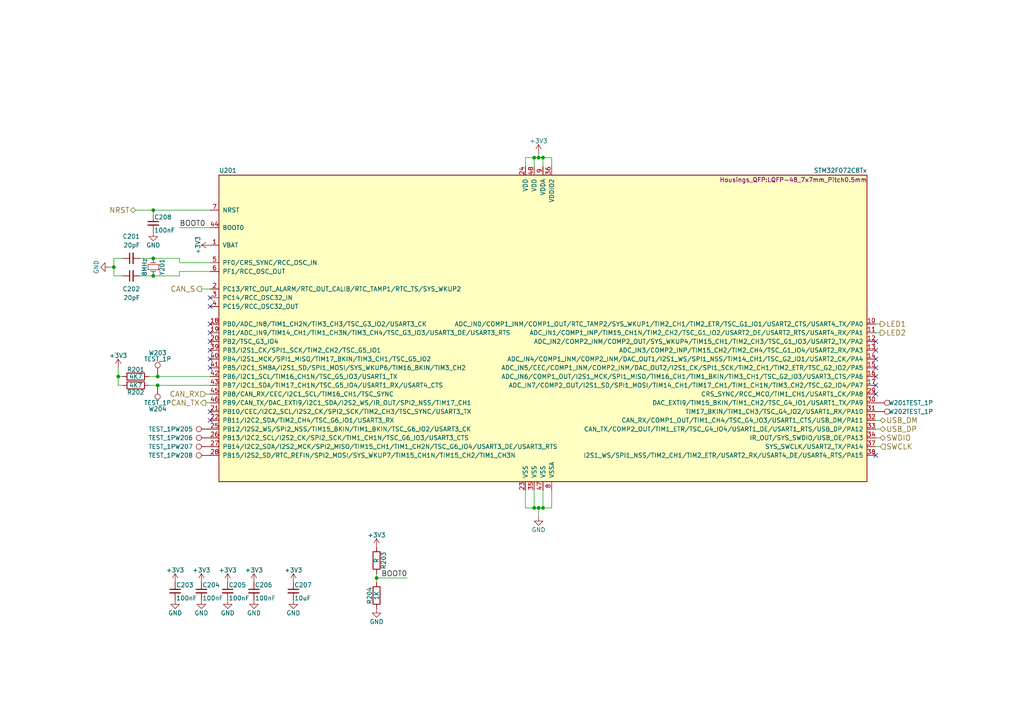
<source format=kicad_sch>
(kicad_sch
	(version 20231120)
	(generator "eeschema")
	(generator_version "8.0")
	(uuid "51c0a5bc-ca92-46a0-b417-4abbd114c65e")
	(paper "A4")
	(lib_symbols
		(symbol "candleLight-rescue:+3.3V"
			(power)
			(pin_names
				(offset 0)
			)
			(exclude_from_sim no)
			(in_bom yes)
			(on_board yes)
			(property "Reference" "#PWR"
				(at 0 -3.81 0)
				(effects
					(font
						(size 1.27 1.27)
					)
					(hide yes)
				)
			)
			(property "Value" "+3.3V"
				(at 0 3.556 0)
				(effects
					(font
						(size 1.27 1.27)
					)
				)
			)
			(property "Footprint" ""
				(at 0 0 0)
				(effects
					(font
						(size 1.27 1.27)
					)
				)
			)
			(property "Datasheet" ""
				(at 0 0 0)
				(effects
					(font
						(size 1.27 1.27)
					)
				)
			)
			(property "Description" ""
				(at 0 0 0)
				(effects
					(font
						(size 1.27 1.27)
					)
					(hide yes)
				)
			)
			(property "Field5" ""
				(at 0 0 0)
				(effects
					(font
						(size 1.27 1.27)
					)
					(hide yes)
				)
			)
			(symbol "+3.3V_0_1"
				(polyline
					(pts
						(xy -0.762 1.27) (xy 0 2.54)
					)
					(stroke
						(width 0)
						(type solid)
					)
					(fill
						(type none)
					)
				)
				(polyline
					(pts
						(xy 0 0) (xy 0 2.54)
					)
					(stroke
						(width 0)
						(type solid)
					)
					(fill
						(type none)
					)
				)
				(polyline
					(pts
						(xy 0 2.54) (xy 0.762 1.27)
					)
					(stroke
						(width 0)
						(type solid)
					)
					(fill
						(type none)
					)
				)
			)
			(symbol "+3.3V_1_1"
				(pin power_in line
					(at 0 0 90)
					(length 0) hide
					(name "+3V3"
						(effects
							(font
								(size 1.27 1.27)
							)
						)
					)
					(number "1"
						(effects
							(font
								(size 1.27 1.27)
							)
						)
					)
				)
			)
		)
		(symbol "candleLight-rescue:+3V3"
			(power)
			(pin_names
				(offset 0)
			)
			(exclude_from_sim no)
			(in_bom yes)
			(on_board yes)
			(property "Reference" "#PWR"
				(at 0 -3.81 0)
				(effects
					(font
						(size 1.27 1.27)
					)
					(hide yes)
				)
			)
			(property "Value" "+3V3"
				(at 0 3.556 0)
				(effects
					(font
						(size 1.27 1.27)
					)
				)
			)
			(property "Footprint" ""
				(at 0 0 0)
				(effects
					(font
						(size 1.27 1.27)
					)
				)
			)
			(property "Datasheet" ""
				(at 0 0 0)
				(effects
					(font
						(size 1.27 1.27)
					)
				)
			)
			(property "Description" ""
				(at 0 0 0)
				(effects
					(font
						(size 1.27 1.27)
					)
					(hide yes)
				)
			)
			(property "Field5" ""
				(at 0 0 0)
				(effects
					(font
						(size 1.27 1.27)
					)
					(hide yes)
				)
			)
			(symbol "+3V3_0_1"
				(polyline
					(pts
						(xy -0.762 1.27) (xy 0 2.54)
					)
					(stroke
						(width 0)
						(type solid)
					)
					(fill
						(type none)
					)
				)
				(polyline
					(pts
						(xy 0 0) (xy 0 2.54)
					)
					(stroke
						(width 0)
						(type solid)
					)
					(fill
						(type none)
					)
				)
				(polyline
					(pts
						(xy 0 2.54) (xy 0.762 1.27)
					)
					(stroke
						(width 0)
						(type solid)
					)
					(fill
						(type none)
					)
				)
			)
			(symbol "+3V3_1_1"
				(pin power_in line
					(at 0 0 90)
					(length 0) hide
					(name "+3V3"
						(effects
							(font
								(size 1.27 1.27)
							)
						)
					)
					(number "1"
						(effects
							(font
								(size 1.27 1.27)
							)
						)
					)
				)
			)
		)
		(symbol "candleLight-rescue:C_Small"
			(pin_numbers hide)
			(pin_names
				(offset 0.254) hide)
			(exclude_from_sim no)
			(in_bom yes)
			(on_board yes)
			(property "Reference" "C"
				(at 0.254 1.778 0)
				(effects
					(font
						(size 1.27 1.27)
					)
					(justify left)
				)
			)
			(property "Value" "C_Small"
				(at 0.254 -2.032 0)
				(effects
					(font
						(size 1.27 1.27)
					)
					(justify left)
				)
			)
			(property "Footprint" ""
				(at 0 0 0)
				(effects
					(font
						(size 1.27 1.27)
					)
				)
			)
			(property "Datasheet" ""
				(at 0 0 0)
				(effects
					(font
						(size 1.27 1.27)
					)
				)
			)
			(property "Description" ""
				(at 0 0 0)
				(effects
					(font
						(size 1.27 1.27)
					)
					(hide yes)
				)
			)
			(property "Field5" ""
				(at 0 0 0)
				(effects
					(font
						(size 1.27 1.27)
					)
					(hide yes)
				)
			)
			(property "ki_fp_filters" "C? C_????_* C_???? SMD*_c Capacitor*"
				(at 0 0 0)
				(effects
					(font
						(size 1.27 1.27)
					)
					(hide yes)
				)
			)
			(symbol "C_Small_0_1"
				(polyline
					(pts
						(xy -1.524 -0.508) (xy 1.524 -0.508)
					)
					(stroke
						(width 0.3302)
						(type solid)
					)
					(fill
						(type none)
					)
				)
				(polyline
					(pts
						(xy -1.524 0.508) (xy 1.524 0.508)
					)
					(stroke
						(width 0.3048)
						(type solid)
					)
					(fill
						(type none)
					)
				)
			)
			(symbol "C_Small_1_1"
				(pin passive line
					(at 0 2.54 270)
					(length 1.905)
					(name "~"
						(effects
							(font
								(size 1.016 1.016)
							)
						)
					)
					(number "1"
						(effects
							(font
								(size 1.016 1.016)
							)
						)
					)
				)
				(pin passive line
					(at 0 -2.54 90)
					(length 2.032)
					(name "~"
						(effects
							(font
								(size 1.016 1.016)
							)
						)
					)
					(number "2"
						(effects
							(font
								(size 1.016 1.016)
							)
						)
					)
				)
			)
		)
		(symbol "candleLight-rescue:Crystal_Small"
			(pin_numbers hide)
			(pin_names
				(offset 1.016) hide)
			(exclude_from_sim no)
			(in_bom yes)
			(on_board yes)
			(property "Reference" "Y"
				(at 0 2.54 0)
				(effects
					(font
						(size 1.27 1.27)
					)
				)
			)
			(property "Value" "Crystal_Small"
				(at 0 -2.54 0)
				(effects
					(font
						(size 1.27 1.27)
					)
				)
			)
			(property "Footprint" ""
				(at 0 0 0)
				(effects
					(font
						(size 1.27 1.27)
					)
				)
			)
			(property "Datasheet" ""
				(at 0 0 0)
				(effects
					(font
						(size 1.27 1.27)
					)
				)
			)
			(property "Description" ""
				(at 0 0 0)
				(effects
					(font
						(size 1.27 1.27)
					)
					(hide yes)
				)
			)
			(property "Field5" ""
				(at 0 0 0)
				(effects
					(font
						(size 1.27 1.27)
					)
					(hide yes)
				)
			)
			(property "ki_fp_filters" "Crystal_"
				(at 0 0 0)
				(effects
					(font
						(size 1.27 1.27)
					)
					(hide yes)
				)
			)
			(symbol "Crystal_Small_0_1"
				(rectangle
					(start -0.762 -1.524)
					(end 0.762 1.524)
					(stroke
						(width 0)
						(type solid)
					)
					(fill
						(type none)
					)
				)
				(polyline
					(pts
						(xy -1.27 -0.762) (xy -1.27 0.762)
					)
					(stroke
						(width 0)
						(type solid)
					)
					(fill
						(type none)
					)
				)
				(polyline
					(pts
						(xy 1.27 -0.762) (xy 1.27 0.762)
					)
					(stroke
						(width 0)
						(type solid)
					)
					(fill
						(type none)
					)
				)
			)
			(symbol "Crystal_Small_1_1"
				(pin passive line
					(at -2.54 0 0)
					(length 1.27)
					(name "1"
						(effects
							(font
								(size 1.016 1.016)
							)
						)
					)
					(number "1"
						(effects
							(font
								(size 1.016 1.016)
							)
						)
					)
				)
				(pin passive line
					(at 2.54 0 180)
					(length 1.27)
					(name "2"
						(effects
							(font
								(size 1.016 1.016)
							)
						)
					)
					(number "2"
						(effects
							(font
								(size 1.016 1.016)
							)
						)
					)
				)
			)
		)
		(symbol "candleLight-rescue:GND"
			(power)
			(pin_names
				(offset 0)
			)
			(exclude_from_sim no)
			(in_bom yes)
			(on_board yes)
			(property "Reference" "#PWR"
				(at 0 -6.35 0)
				(effects
					(font
						(size 1.27 1.27)
					)
					(hide yes)
				)
			)
			(property "Value" "GND"
				(at 0 -3.81 0)
				(effects
					(font
						(size 1.27 1.27)
					)
				)
			)
			(property "Footprint" ""
				(at 0 0 0)
				(effects
					(font
						(size 1.27 1.27)
					)
				)
			)
			(property "Datasheet" ""
				(at 0 0 0)
				(effects
					(font
						(size 1.27 1.27)
					)
				)
			)
			(property "Description" ""
				(at 0 0 0)
				(effects
					(font
						(size 1.27 1.27)
					)
					(hide yes)
				)
			)
			(property "Field5" ""
				(at 0 0 0)
				(effects
					(font
						(size 1.27 1.27)
					)
					(hide yes)
				)
			)
			(symbol "GND_0_1"
				(polyline
					(pts
						(xy 0 0) (xy 0 -1.27) (xy 1.27 -1.27) (xy 0 -2.54) (xy -1.27 -1.27) (xy 0 -1.27)
					)
					(stroke
						(width 0)
						(type solid)
					)
					(fill
						(type none)
					)
				)
			)
			(symbol "GND_1_1"
				(pin power_in line
					(at 0 0 270)
					(length 0) hide
					(name "GND"
						(effects
							(font
								(size 1.27 1.27)
							)
						)
					)
					(number "1"
						(effects
							(font
								(size 1.27 1.27)
							)
						)
					)
				)
			)
		)
		(symbol "candleLight-rescue:R"
			(pin_numbers hide)
			(pin_names
				(offset 0)
			)
			(exclude_from_sim no)
			(in_bom yes)
			(on_board yes)
			(property "Reference" "R"
				(at 2.032 0 90)
				(effects
					(font
						(size 1.27 1.27)
					)
				)
			)
			(property "Value" "R"
				(at 0 0 90)
				(effects
					(font
						(size 1.27 1.27)
					)
				)
			)
			(property "Footprint" ""
				(at -1.778 0 90)
				(effects
					(font
						(size 1.27 1.27)
					)
				)
			)
			(property "Datasheet" ""
				(at 0 0 0)
				(effects
					(font
						(size 1.27 1.27)
					)
				)
			)
			(property "Description" ""
				(at 0 0 0)
				(effects
					(font
						(size 1.27 1.27)
					)
					(hide yes)
				)
			)
			(property "Field5" ""
				(at 0 0 0)
				(effects
					(font
						(size 1.27 1.27)
					)
					(hide yes)
				)
			)
			(property "ki_fp_filters" "R_* Resistor_*"
				(at 0 0 0)
				(effects
					(font
						(size 1.27 1.27)
					)
					(hide yes)
				)
			)
			(symbol "R_0_1"
				(rectangle
					(start -1.016 -2.54)
					(end 1.016 2.54)
					(stroke
						(width 0.254)
						(type solid)
					)
					(fill
						(type none)
					)
				)
			)
			(symbol "R_1_1"
				(pin passive line
					(at 0 3.81 270)
					(length 1.27)
					(name "~"
						(effects
							(font
								(size 1.27 1.27)
							)
						)
					)
					(number "1"
						(effects
							(font
								(size 1.27 1.27)
							)
						)
					)
				)
				(pin passive line
					(at 0 -3.81 90)
					(length 1.27)
					(name "~"
						(effects
							(font
								(size 1.27 1.27)
							)
						)
					)
					(number "2"
						(effects
							(font
								(size 1.27 1.27)
							)
						)
					)
				)
			)
		)
		(symbol "candleLight-rescue:STM32F072C8Tx"
			(pin_names
				(offset 1.016)
			)
			(exclude_from_sim no)
			(in_bom yes)
			(on_board yes)
			(property "Reference" "U"
				(at -93.98 46.355 0)
				(effects
					(font
						(size 1.27 1.27)
					)
					(justify left bottom)
				)
			)
			(property "Value" "STM32F072C8Tx"
				(at 93.98 46.355 0)
				(effects
					(font
						(size 1.27 1.27)
					)
					(justify right bottom)
				)
			)
			(property "Footprint" "LQFP48"
				(at 93.98 45.085 0)
				(effects
					(font
						(size 1.27 1.27)
					)
					(justify right top)
				)
			)
			(property "Datasheet" ""
				(at 0 0 0)
				(effects
					(font
						(size 1.27 1.27)
					)
				)
			)
			(property "Description" ""
				(at 0 0 0)
				(effects
					(font
						(size 1.27 1.27)
					)
					(hide yes)
				)
			)
			(property "Field5" ""
				(at 0 0 0)
				(effects
					(font
						(size 1.27 1.27)
					)
					(hide yes)
				)
			)
			(property "ki_locked" ""
				(at 0 0 0)
				(effects
					(font
						(size 1.27 1.27)
					)
				)
			)
			(symbol "STM32F072C8Tx_0_1"
				(rectangle
					(start -93.98 -43.18)
					(end 93.98 45.72)
					(stroke
						(width 0.254)
						(type solid)
					)
					(fill
						(type background)
					)
				)
			)
			(symbol "STM32F072C8Tx_1_1"
				(pin power_in line
					(at -96.52 25.4 0)
					(length 2.54)
					(name "VBAT"
						(effects
							(font
								(size 1.27 1.27)
							)
						)
					)
					(number "1"
						(effects
							(font
								(size 1.27 1.27)
							)
						)
					)
				)
				(pin bidirectional line
					(at 96.52 2.54 180)
					(length 2.54)
					(name "ADC_IN0/COMP1_INM/COMP1_OUT/RTC_TAMP2/SYS_WKUP1/TIM2_CH1/TIM2_ETR/TSC_G1_IO1/USART2_CTS/USART4_TX/PA0"
						(effects
							(font
								(size 1.27 1.27)
							)
						)
					)
					(number "10"
						(effects
							(font
								(size 1.27 1.27)
							)
						)
					)
				)
				(pin bidirectional line
					(at 96.52 0 180)
					(length 2.54)
					(name "ADC_IN1/COMP1_INP/TIM15_CH1N/TIM2_CH2/TSC_G1_IO2/USART2_DE/USART2_RTS/USART4_RX/PA1"
						(effects
							(font
								(size 1.27 1.27)
							)
						)
					)
					(number "11"
						(effects
							(font
								(size 1.27 1.27)
							)
						)
					)
				)
				(pin bidirectional line
					(at 96.52 -2.54 180)
					(length 2.54)
					(name "ADC_IN2/COMP2_INM/COMP2_OUT/SYS_WKUP4/TIM15_CH1/TIM2_CH3/TSC_G1_IO3/USART2_TX/PA2"
						(effects
							(font
								(size 1.27 1.27)
							)
						)
					)
					(number "12"
						(effects
							(font
								(size 1.27 1.27)
							)
						)
					)
				)
				(pin bidirectional line
					(at 96.52 -5.08 180)
					(length 2.54)
					(name "ADC_IN3/COMP2_INP/TIM15_CH2/TIM2_CH4/TSC_G1_IO4/USART2_RX/PA3"
						(effects
							(font
								(size 1.27 1.27)
							)
						)
					)
					(number "13"
						(effects
							(font
								(size 1.27 1.27)
							)
						)
					)
				)
				(pin bidirectional line
					(at 96.52 -7.62 180)
					(length 2.54)
					(name "ADC_IN4/COMP1_INM/COMP2_INM/DAC_OUT1/I2S1_WS/SPI1_NSS/TIM14_CH1/TSC_G2_IO1/USART2_CK/PA4"
						(effects
							(font
								(size 1.27 1.27)
							)
						)
					)
					(number "14"
						(effects
							(font
								(size 1.27 1.27)
							)
						)
					)
				)
				(pin bidirectional line
					(at 96.52 -10.16 180)
					(length 2.54)
					(name "ADC_IN5/CEC/COMP1_INM/COMP2_INM/DAC_OUT2/I2S1_CK/SPI1_SCK/TIM2_CH1/TIM2_ETR/TSC_G2_IO2/PA5"
						(effects
							(font
								(size 1.27 1.27)
							)
						)
					)
					(number "15"
						(effects
							(font
								(size 1.27 1.27)
							)
						)
					)
				)
				(pin bidirectional line
					(at 96.52 -12.7 180)
					(length 2.54)
					(name "ADC_IN6/COMP1_OUT/I2S1_MCK/SPI1_MISO/TIM16_CH1/TIM1_BKIN/TIM3_CH1/TSC_G2_IO3/USART3_CTS/PA6"
						(effects
							(font
								(size 1.27 1.27)
							)
						)
					)
					(number "16"
						(effects
							(font
								(size 1.27 1.27)
							)
						)
					)
				)
				(pin bidirectional line
					(at 96.52 -15.24 180)
					(length 2.54)
					(name "ADC_IN7/COMP2_OUT/I2S1_SD/SPI1_MOSI/TIM14_CH1/TIM17_CH1/TIM1_CH1N/TIM3_CH2/TSC_G2_IO4/PA7"
						(effects
							(font
								(size 1.27 1.27)
							)
						)
					)
					(number "17"
						(effects
							(font
								(size 1.27 1.27)
							)
						)
					)
				)
				(pin bidirectional line
					(at -96.52 2.54 0)
					(length 2.54)
					(name "PB0/ADC_IN8/TIM1_CH2N/TIM3_CH3/TSC_G3_IO2/USART3_CK"
						(effects
							(font
								(size 1.27 1.27)
							)
						)
					)
					(number "18"
						(effects
							(font
								(size 1.27 1.27)
							)
						)
					)
				)
				(pin bidirectional line
					(at -96.52 0 0)
					(length 2.54)
					(name "PB1/ADC_IN9/TIM14_CH1/TIM1_CH3N/TIM3_CH4/TSC_G3_IO3/USART3_DE/USART3_RTS"
						(effects
							(font
								(size 1.27 1.27)
							)
						)
					)
					(number "19"
						(effects
							(font
								(size 1.27 1.27)
							)
						)
					)
				)
				(pin bidirectional line
					(at -96.52 12.7 0)
					(length 2.54)
					(name "PC13/RTC_OUT_ALARM/RTC_OUT_CALIB/RTC_TAMP1/RTC_TS/SYS_WKUP2"
						(effects
							(font
								(size 1.27 1.27)
							)
						)
					)
					(number "2"
						(effects
							(font
								(size 1.27 1.27)
							)
						)
					)
				)
				(pin bidirectional line
					(at -96.52 -2.54 0)
					(length 2.54)
					(name "PB2/TSC_G3_IO4"
						(effects
							(font
								(size 1.27 1.27)
							)
						)
					)
					(number "20"
						(effects
							(font
								(size 1.27 1.27)
							)
						)
					)
				)
				(pin bidirectional line
					(at -96.52 -22.86 0)
					(length 2.54)
					(name "PB10/CEC/I2C2_SCL/I2S2_CK/SPI2_SCK/TIM2_CH3/TSC_SYNC/USART3_TX"
						(effects
							(font
								(size 1.27 1.27)
							)
						)
					)
					(number "21"
						(effects
							(font
								(size 1.27 1.27)
							)
						)
					)
				)
				(pin bidirectional line
					(at -96.52 -25.4 0)
					(length 2.54)
					(name "PB11/I2C2_SDA/TIM2_CH4/TSC_G6_IO1/USART3_RX"
						(effects
							(font
								(size 1.27 1.27)
							)
						)
					)
					(number "22"
						(effects
							(font
								(size 1.27 1.27)
							)
						)
					)
				)
				(pin power_in line
					(at -5.08 -45.72 90)
					(length 2.54)
					(name "VSS"
						(effects
							(font
								(size 1.27 1.27)
							)
						)
					)
					(number "23"
						(effects
							(font
								(size 1.27 1.27)
							)
						)
					)
				)
				(pin power_in line
					(at -5.08 48.26 270)
					(length 2.54)
					(name "VDD"
						(effects
							(font
								(size 1.27 1.27)
							)
						)
					)
					(number "24"
						(effects
							(font
								(size 1.27 1.27)
							)
						)
					)
				)
				(pin bidirectional line
					(at -96.52 -27.94 0)
					(length 2.54)
					(name "PB12/I2S2_WS/SPI2_NSS/TIM15_BKIN/TIM1_BKIN/TSC_G6_IO2/USART3_CK"
						(effects
							(font
								(size 1.27 1.27)
							)
						)
					)
					(number "25"
						(effects
							(font
								(size 1.27 1.27)
							)
						)
					)
				)
				(pin bidirectional line
					(at -96.52 -30.48 0)
					(length 2.54)
					(name "PB13/I2C2_SCL/I2S2_CK/SPI2_SCK/TIM1_CH1N/TSC_G6_IO3/USART3_CTS"
						(effects
							(font
								(size 1.27 1.27)
							)
						)
					)
					(number "26"
						(effects
							(font
								(size 1.27 1.27)
							)
						)
					)
				)
				(pin bidirectional line
					(at -96.52 -33.02 0)
					(length 2.54)
					(name "PB14/I2C2_SDA/I2S2_MCK/SPI2_MISO/TIM15_CH1/TIM1_CH2N/TSC_G6_IO4/USART3_DE/USART3_RTS"
						(effects
							(font
								(size 1.27 1.27)
							)
						)
					)
					(number "27"
						(effects
							(font
								(size 1.27 1.27)
							)
						)
					)
				)
				(pin bidirectional line
					(at -96.52 -35.56 0)
					(length 2.54)
					(name "PB15/I2S2_SD/RTC_REFIN/SPI2_MOSI/SYS_WKUP7/TIM15_CH1N/TIM15_CH2/TIM1_CH3N"
						(effects
							(font
								(size 1.27 1.27)
							)
						)
					)
					(number "28"
						(effects
							(font
								(size 1.27 1.27)
							)
						)
					)
				)
				(pin bidirectional line
					(at 96.52 -17.78 180)
					(length 2.54)
					(name "CRS_SYNC/RCC_MCO/TIM1_CH1/USART1_CK/PA8"
						(effects
							(font
								(size 1.27 1.27)
							)
						)
					)
					(number "29"
						(effects
							(font
								(size 1.27 1.27)
							)
						)
					)
				)
				(pin bidirectional line
					(at -96.52 10.16 0)
					(length 2.54)
					(name "PC14/RCC_OSC32_IN"
						(effects
							(font
								(size 1.27 1.27)
							)
						)
					)
					(number "3"
						(effects
							(font
								(size 1.27 1.27)
							)
						)
					)
				)
				(pin bidirectional line
					(at 96.52 -20.32 180)
					(length 2.54)
					(name "DAC_EXTI9/TIM15_BKIN/TIM1_CH2/TSC_G4_IO1/USART1_TX/PA9"
						(effects
							(font
								(size 1.27 1.27)
							)
						)
					)
					(number "30"
						(effects
							(font
								(size 1.27 1.27)
							)
						)
					)
				)
				(pin bidirectional line
					(at 96.52 -22.86 180)
					(length 2.54)
					(name "TIM17_BKIN/TIM1_CH3/TSC_G4_IO2/USART1_RX/PA10"
						(effects
							(font
								(size 1.27 1.27)
							)
						)
					)
					(number "31"
						(effects
							(font
								(size 1.27 1.27)
							)
						)
					)
				)
				(pin bidirectional line
					(at 96.52 -25.4 180)
					(length 2.54)
					(name "CAN_RX/COMP1_OUT/TIM1_CH4/TSC_G4_IO3/USART1_CTS/USB_DM/PA11"
						(effects
							(font
								(size 1.27 1.27)
							)
						)
					)
					(number "32"
						(effects
							(font
								(size 1.27 1.27)
							)
						)
					)
				)
				(pin bidirectional line
					(at 96.52 -27.94 180)
					(length 2.54)
					(name "CAN_TX/COMP2_OUT/TIM1_ETR/TSC_G4_IO4/USART1_DE/USART1_RTS/USB_DP/PA12"
						(effects
							(font
								(size 1.27 1.27)
							)
						)
					)
					(number "33"
						(effects
							(font
								(size 1.27 1.27)
							)
						)
					)
				)
				(pin bidirectional line
					(at 96.52 -30.48 180)
					(length 2.54)
					(name "IR_OUT/SYS_SWDIO/USB_OE/PA13"
						(effects
							(font
								(size 1.27 1.27)
							)
						)
					)
					(number "34"
						(effects
							(font
								(size 1.27 1.27)
							)
						)
					)
				)
				(pin power_in line
					(at -2.54 -45.72 90)
					(length 2.54)
					(name "VSS"
						(effects
							(font
								(size 1.27 1.27)
							)
						)
					)
					(number "35"
						(effects
							(font
								(size 1.27 1.27)
							)
						)
					)
				)
				(pin power_in line
					(at 2.54 48.26 270)
					(length 2.54)
					(name "VDDIO2"
						(effects
							(font
								(size 1.27 1.27)
							)
						)
					)
					(number "36"
						(effects
							(font
								(size 1.27 1.27)
							)
						)
					)
				)
				(pin bidirectional line
					(at 96.52 -33.02 180)
					(length 2.54)
					(name "SYS_SWCLK/USART2_TX/PA14"
						(effects
							(font
								(size 1.27 1.27)
							)
						)
					)
					(number "37"
						(effects
							(font
								(size 1.27 1.27)
							)
						)
					)
				)
				(pin bidirectional line
					(at 96.52 -35.56 180)
					(length 2.54)
					(name "I2S1_WS/SPI1_NSS/TIM2_CH1/TIM2_ETR/USART2_RX/USART4_DE/USART4_RTS/PA15"
						(effects
							(font
								(size 1.27 1.27)
							)
						)
					)
					(number "38"
						(effects
							(font
								(size 1.27 1.27)
							)
						)
					)
				)
				(pin bidirectional line
					(at -96.52 -5.08 0)
					(length 2.54)
					(name "PB3/I2S1_CK/SPI1_SCK/TIM2_CH2/TSC_G5_IO1"
						(effects
							(font
								(size 1.27 1.27)
							)
						)
					)
					(number "39"
						(effects
							(font
								(size 1.27 1.27)
							)
						)
					)
				)
				(pin bidirectional line
					(at -96.52 7.62 0)
					(length 2.54)
					(name "PC15/RCC_OSC32_OUT"
						(effects
							(font
								(size 1.27 1.27)
							)
						)
					)
					(number "4"
						(effects
							(font
								(size 1.27 1.27)
							)
						)
					)
				)
				(pin bidirectional line
					(at -96.52 -7.62 0)
					(length 2.54)
					(name "PB4/I2S1_MCK/SPI1_MISO/TIM17_BKIN/TIM3_CH1/TSC_G5_IO2"
						(effects
							(font
								(size 1.27 1.27)
							)
						)
					)
					(number "40"
						(effects
							(font
								(size 1.27 1.27)
							)
						)
					)
				)
				(pin bidirectional line
					(at -96.52 -10.16 0)
					(length 2.54)
					(name "PB5/I2C1_SMBA/I2S1_SD/SPI1_MOSI/SYS_WKUP6/TIM16_BKIN/TIM3_CH2"
						(effects
							(font
								(size 1.27 1.27)
							)
						)
					)
					(number "41"
						(effects
							(font
								(size 1.27 1.27)
							)
						)
					)
				)
				(pin bidirectional line
					(at -96.52 -12.7 0)
					(length 2.54)
					(name "PB6/I2C1_SCL/TIM16_CH1N/TSC_G5_IO3/USART1_TX"
						(effects
							(font
								(size 1.27 1.27)
							)
						)
					)
					(number "42"
						(effects
							(font
								(size 1.27 1.27)
							)
						)
					)
				)
				(pin bidirectional line
					(at -96.52 -15.24 0)
					(length 2.54)
					(name "PB7/I2C1_SDA/TIM17_CH1N/TSC_G5_IO4/USART1_RX/USART4_CTS"
						(effects
							(font
								(size 1.27 1.27)
							)
						)
					)
					(number "43"
						(effects
							(font
								(size 1.27 1.27)
							)
						)
					)
				)
				(pin input line
					(at -96.52 30.48 0)
					(length 2.54)
					(name "BOOT0"
						(effects
							(font
								(size 1.27 1.27)
							)
						)
					)
					(number "44"
						(effects
							(font
								(size 1.27 1.27)
							)
						)
					)
				)
				(pin bidirectional line
					(at -96.52 -17.78 0)
					(length 2.54)
					(name "PB8/CAN_RX/CEC/I2C1_SCL/TIM16_CH1/TSC_SYNC"
						(effects
							(font
								(size 1.27 1.27)
							)
						)
					)
					(number "45"
						(effects
							(font
								(size 1.27 1.27)
							)
						)
					)
				)
				(pin bidirectional line
					(at -96.52 -20.32 0)
					(length 2.54)
					(name "PB9/CAN_TX/DAC_EXTI9/I2C1_SDA/I2S2_WS/IR_OUT/SPI2_NSS/TIM17_CH1"
						(effects
							(font
								(size 1.27 1.27)
							)
						)
					)
					(number "46"
						(effects
							(font
								(size 1.27 1.27)
							)
						)
					)
				)
				(pin power_in line
					(at 0 -45.72 90)
					(length 2.54)
					(name "VSS"
						(effects
							(font
								(size 1.27 1.27)
							)
						)
					)
					(number "47"
						(effects
							(font
								(size 1.27 1.27)
							)
						)
					)
				)
				(pin power_in line
					(at -2.54 48.26 270)
					(length 2.54)
					(name "VDD"
						(effects
							(font
								(size 1.27 1.27)
							)
						)
					)
					(number "48"
						(effects
							(font
								(size 1.27 1.27)
							)
						)
					)
				)
				(pin input line
					(at -96.52 20.32 0)
					(length 2.54)
					(name "PF0/CRS_SYNC/RCC_OSC_IN"
						(effects
							(font
								(size 1.27 1.27)
							)
						)
					)
					(number "5"
						(effects
							(font
								(size 1.27 1.27)
							)
						)
					)
				)
				(pin input line
					(at -96.52 17.78 0)
					(length 2.54)
					(name "PF1/RCC_OSC_OUT"
						(effects
							(font
								(size 1.27 1.27)
							)
						)
					)
					(number "6"
						(effects
							(font
								(size 1.27 1.27)
							)
						)
					)
				)
				(pin input line
					(at -96.52 35.56 0)
					(length 2.54)
					(name "NRST"
						(effects
							(font
								(size 1.27 1.27)
							)
						)
					)
					(number "7"
						(effects
							(font
								(size 1.27 1.27)
							)
						)
					)
				)
				(pin power_in line
					(at 2.54 -45.72 90)
					(length 2.54)
					(name "VSSA"
						(effects
							(font
								(size 1.27 1.27)
							)
						)
					)
					(number "8"
						(effects
							(font
								(size 1.27 1.27)
							)
						)
					)
				)
				(pin power_in line
					(at 0 48.26 270)
					(length 2.54)
					(name "VDDA"
						(effects
							(font
								(size 1.27 1.27)
							)
						)
					)
					(number "9"
						(effects
							(font
								(size 1.27 1.27)
							)
						)
					)
				)
			)
		)
		(symbol "candleLight-rescue:TEST_1P"
			(pin_numbers hide)
			(pin_names
				(offset 0.762) hide)
			(exclude_from_sim no)
			(in_bom yes)
			(on_board yes)
			(property "Reference" "W"
				(at 0 6.858 0)
				(effects
					(font
						(size 1.27 1.27)
					)
				)
			)
			(property "Value" "TEST_1P"
				(at 0 5.08 0)
				(effects
					(font
						(size 1.27 1.27)
					)
				)
			)
			(property "Footprint" ""
				(at 5.08 0 0)
				(effects
					(font
						(size 1.27 1.27)
					)
				)
			)
			(property "Datasheet" ""
				(at 5.08 0 0)
				(effects
					(font
						(size 1.27 1.27)
					)
				)
			)
			(property "Description" ""
				(at 0 0 0)
				(effects
					(font
						(size 1.27 1.27)
					)
					(hide yes)
				)
			)
			(property "Field5" ""
				(at 0 0 0)
				(effects
					(font
						(size 1.27 1.27)
					)
					(hide yes)
				)
			)
			(symbol "TEST_1P_0_1"
				(circle
					(center 0 3.302)
					(radius 0.762)
					(stroke
						(width 0)
						(type solid)
					)
					(fill
						(type none)
					)
				)
			)
			(symbol "TEST_1P_1_1"
				(pin passive line
					(at 0 0 90)
					(length 2.54)
					(name "1"
						(effects
							(font
								(size 1.27 1.27)
							)
						)
					)
					(number "1"
						(effects
							(font
								(size 1.27 1.27)
							)
						)
					)
				)
			)
		)
	)
	(junction
		(at 156.21 45.72)
		(diameter 0)
		(color 0 0 0 0)
		(uuid "076e18e4-61a3-427c-89a0-e26f65876df0")
	)
	(junction
		(at 156.21 147.32)
		(diameter 0)
		(color 0 0 0 0)
		(uuid "0b89fe39-cdd9-40af-bc1b-87d42a44ed60")
	)
	(junction
		(at 45.72 109.22)
		(diameter 0)
		(color 0 0 0 0)
		(uuid "1b1b0d5d-ab9f-454d-9a49-91f6dc7e6b6b")
	)
	(junction
		(at 34.29 109.22)
		(diameter 0)
		(color 0 0 0 0)
		(uuid "3097aa4e-7654-4dc3-a1e2-61f3a7c6a179")
	)
	(junction
		(at 44.45 74.93)
		(diameter 0)
		(color 0 0 0 0)
		(uuid "4b06525a-8eb0-4bd0-a895-c1aef752e259")
	)
	(junction
		(at 45.72 111.76)
		(diameter 0)
		(color 0 0 0 0)
		(uuid "4b608370-bf09-4f82-bf7e-0a0e381ec4c5")
	)
	(junction
		(at 44.45 80.01)
		(diameter 0)
		(color 0 0 0 0)
		(uuid "523a3b62-8633-4e35-a79f-ecbc34926220")
	)
	(junction
		(at 109.22 167.64)
		(diameter 0)
		(color 0 0 0 0)
		(uuid "55dce5cf-1206-45ae-91a2-bdf9a9c7be95")
	)
	(junction
		(at 154.94 45.72)
		(diameter 0)
		(color 0 0 0 0)
		(uuid "7eceee79-775e-4c7a-b29e-612ab04b6026")
	)
	(junction
		(at 33.02 77.47)
		(diameter 0)
		(color 0 0 0 0)
		(uuid "854aa669-1e84-48a1-8062-96968ab40f5a")
	)
	(junction
		(at 157.48 45.72)
		(diameter 0)
		(color 0 0 0 0)
		(uuid "9368a1c6-4562-4fc9-89da-cb04e76e85db")
	)
	(junction
		(at 44.45 60.96)
		(diameter 0)
		(color 0 0 0 0)
		(uuid "a3da1b1c-19ea-42d9-91ad-a53643eb080b")
	)
	(junction
		(at 154.94 147.32)
		(diameter 0)
		(color 0 0 0 0)
		(uuid "aec08fff-8b25-45ed-b866-518733a05bad")
	)
	(junction
		(at 157.48 147.32)
		(diameter 0)
		(color 0 0 0 0)
		(uuid "d6fa167b-7e67-4f7c-b465-a8ce17586689")
	)
	(no_connect
		(at 60.96 101.6)
		(uuid "05be226e-6fe0-413c-9f1c-950871d43e51")
	)
	(no_connect
		(at 60.96 88.9)
		(uuid "14867552-d838-4e3b-8c55-9c15abccc4ab")
	)
	(no_connect
		(at 60.96 96.52)
		(uuid "1916a910-3053-4473-a52f-857a11929f50")
	)
	(no_connect
		(at 254 109.22)
		(uuid "1afaa09f-8c82-42fc-ac3a-189831f46b80")
	)
	(no_connect
		(at 254 132.08)
		(uuid "348c7c35-6771-4a9b-b96b-a99a85f0d03c")
	)
	(no_connect
		(at 254 114.3)
		(uuid "366305e7-e2e8-48ea-9570-5baab9928a1f")
	)
	(no_connect
		(at 254 111.76)
		(uuid "45c9186e-ebd4-4f55-a1fb-43a9d307c628")
	)
	(no_connect
		(at 254 106.68)
		(uuid "51bcc2d2-3424-4a17-8a33-a6f539bc21af")
	)
	(no_connect
		(at 254 99.06)
		(uuid "563d1296-9c84-43d0-8896-f9da24bd25ee")
	)
	(no_connect
		(at 254 101.6)
		(uuid "570d0187-0fc0-4632-a1be-46cb809ee8cd")
	)
	(no_connect
		(at 254 104.14)
		(uuid "6867b8c6-f583-4c32-bdd0-c7717b274b11")
	)
	(no_connect
		(at 60.96 106.68)
		(uuid "851c3e66-f3de-49c4-9e17-e01c10325e1b")
	)
	(no_connect
		(at 60.96 119.38)
		(uuid "8adb888e-abe8-4ec0-a281-f68b842c5941")
	)
	(no_connect
		(at 60.96 104.14)
		(uuid "921436f8-dbce-4b94-93b9-af8d933fd5c2")
	)
	(no_connect
		(at 60.96 93.98)
		(uuid "9b2a4f94-7e32-47d6-b77d-234fce5ec9f8")
	)
	(no_connect
		(at 60.96 121.92)
		(uuid "b5734d2e-6546-45f5-9ce8-3d83db2cab67")
	)
	(no_connect
		(at 60.96 99.06)
		(uuid "c0864646-df63-4fd8-914f-3737e9a582d0")
	)
	(no_connect
		(at 60.96 86.36)
		(uuid "eb540d2d-629d-4f73-a4b6-f70664506598")
	)
	(wire
		(pts
			(xy 60.96 114.3) (xy 59.69 114.3)
		)
		(stroke
			(width 0)
			(type default)
		)
		(uuid "019730ad-31a7-42c9-a7d3-b8fd35fe4f6a")
	)
	(wire
		(pts
			(xy 43.18 109.22) (xy 45.72 109.22)
		)
		(stroke
			(width 0)
			(type default)
		)
		(uuid "07395bef-1fdf-4a35-b723-1d74b16ee80d")
	)
	(wire
		(pts
			(xy 255.27 124.46) (xy 254 124.46)
		)
		(stroke
			(width 0)
			(type default)
		)
		(uuid "09903353-32b7-4bdf-a4b9-952749ed3905")
	)
	(wire
		(pts
			(xy 157.48 147.32) (xy 157.48 142.24)
		)
		(stroke
			(width 0)
			(type default)
		)
		(uuid "0996c632-7bcb-4870-aaf1-7111aa1531f7")
	)
	(wire
		(pts
			(xy 154.94 45.72) (xy 156.21 45.72)
		)
		(stroke
			(width 0)
			(type default)
		)
		(uuid "0a590540-8f6a-4072-b4da-3189273cefa2")
	)
	(wire
		(pts
			(xy 254 96.52) (xy 255.27 96.52)
		)
		(stroke
			(width 0)
			(type default)
		)
		(uuid "1b490b00-0b66-4353-8557-249ada666932")
	)
	(wire
		(pts
			(xy 254 129.54) (xy 255.27 129.54)
		)
		(stroke
			(width 0)
			(type default)
		)
		(uuid "1b6cf804-6e35-485d-927a-e14296e44330")
	)
	(wire
		(pts
			(xy 118.11 167.64) (xy 109.22 167.64)
		)
		(stroke
			(width 0)
			(type default)
		)
		(uuid "212e470a-af8e-4e34-9594-d7353de434d8")
	)
	(wire
		(pts
			(xy 154.94 142.24) (xy 154.94 147.32)
		)
		(stroke
			(width 0)
			(type default)
		)
		(uuid "2a2a59f2-c591-4b92-8715-9d51318f64bf")
	)
	(wire
		(pts
			(xy 45.72 111.76) (xy 60.96 111.76)
		)
		(stroke
			(width 0)
			(type default)
		)
		(uuid "2a5f114b-2c9e-4dbb-bc5b-0402a5bcb5b7")
	)
	(wire
		(pts
			(xy 152.4 147.32) (xy 154.94 147.32)
		)
		(stroke
			(width 0)
			(type default)
		)
		(uuid "2aa6b2b6-d4ba-4bd6-99d2-920c1401813f")
	)
	(wire
		(pts
			(xy 156.21 45.72) (xy 157.48 45.72)
		)
		(stroke
			(width 0)
			(type default)
		)
		(uuid "2cd5cb60-d5c1-4726-97c7-32750b889f35")
	)
	(wire
		(pts
			(xy 52.07 74.93) (xy 44.45 74.93)
		)
		(stroke
			(width 0)
			(type default)
		)
		(uuid "2ed8d197-1d9a-45e7-9221-4514556f7595")
	)
	(wire
		(pts
			(xy 156.21 45.72) (xy 156.21 44.45)
		)
		(stroke
			(width 0)
			(type default)
		)
		(uuid "31fc60c5-1e53-456d-bd21-cc3904a86fa7")
	)
	(wire
		(pts
			(xy 33.02 80.01) (xy 35.56 80.01)
		)
		(stroke
			(width 0)
			(type default)
		)
		(uuid "35d7aa40-97c4-41bc-884d-1890133a5fd0")
	)
	(wire
		(pts
			(xy 31.75 77.47) (xy 33.02 77.47)
		)
		(stroke
			(width 0)
			(type default)
		)
		(uuid "363dbf1a-622a-44ba-b96e-76bd6dc7ab3b")
	)
	(wire
		(pts
			(xy 160.02 147.32) (xy 160.02 142.24)
		)
		(stroke
			(width 0)
			(type default)
		)
		(uuid "407e8524-b0c5-4703-87a6-61664c203e4d")
	)
	(wire
		(pts
			(xy 33.02 74.93) (xy 35.56 74.93)
		)
		(stroke
			(width 0)
			(type default)
		)
		(uuid "477d3bfa-5f55-4b8b-afe2-e9cbf64d38dd")
	)
	(wire
		(pts
			(xy 34.29 106.68) (xy 34.29 109.22)
		)
		(stroke
			(width 0)
			(type default)
		)
		(uuid "4961152f-5b3f-4c7f-9849-80226ff8e2a7")
	)
	(wire
		(pts
			(xy 156.21 147.32) (xy 157.48 147.32)
		)
		(stroke
			(width 0)
			(type default)
		)
		(uuid "4ec348cc-0da6-41c2-9f2a-81ae64540375")
	)
	(wire
		(pts
			(xy 254 93.98) (xy 255.27 93.98)
		)
		(stroke
			(width 0)
			(type default)
		)
		(uuid "57f7ee7e-80c2-471c-bb4d-923c8888866f")
	)
	(wire
		(pts
			(xy 52.07 76.2) (xy 52.07 74.93)
		)
		(stroke
			(width 0)
			(type default)
		)
		(uuid "5d2daa65-86fd-49d2-8045-6a25c2b514b6")
	)
	(wire
		(pts
			(xy 254 127) (xy 255.27 127)
		)
		(stroke
			(width 0)
			(type default)
		)
		(uuid "5dcb1a4a-4b28-4713-9b0f-bc237d9983b6")
	)
	(wire
		(pts
			(xy 43.18 111.76) (xy 45.72 111.76)
		)
		(stroke
			(width 0)
			(type default)
		)
		(uuid "628d22e4-86ed-456f-9652-b33ad86dfbb8")
	)
	(wire
		(pts
			(xy 160.02 45.72) (xy 160.02 48.26)
		)
		(stroke
			(width 0)
			(type default)
		)
		(uuid "6560d5d1-736e-464c-a104-f02adc557c26")
	)
	(wire
		(pts
			(xy 154.94 48.26) (xy 154.94 45.72)
		)
		(stroke
			(width 0)
			(type default)
		)
		(uuid "6748c662-5f46-4340-a210-05d35dfe1388")
	)
	(wire
		(pts
			(xy 34.29 109.22) (xy 35.56 109.22)
		)
		(stroke
			(width 0)
			(type default)
		)
		(uuid "845f6560-1407-4f94-9e88-1a736a12b08c")
	)
	(wire
		(pts
			(xy 152.4 45.72) (xy 154.94 45.72)
		)
		(stroke
			(width 0)
			(type default)
		)
		(uuid "888475c1-4500-42c5-a8a2-c5d8d7e24eb7")
	)
	(wire
		(pts
			(xy 33.02 77.47) (xy 33.02 80.01)
		)
		(stroke
			(width 0)
			(type default)
		)
		(uuid "8ab3fee7-7e2d-44bb-b5a2-8963d72c0590")
	)
	(wire
		(pts
			(xy 52.07 78.74) (xy 52.07 80.01)
		)
		(stroke
			(width 0)
			(type default)
		)
		(uuid "8da1ec99-de50-4136-adee-40bf1030136f")
	)
	(wire
		(pts
			(xy 52.07 76.2) (xy 60.96 76.2)
		)
		(stroke
			(width 0)
			(type default)
		)
		(uuid "8e346b01-0b02-46e6-ad75-1cce2e93cf38")
	)
	(wire
		(pts
			(xy 52.07 78.74) (xy 60.96 78.74)
		)
		(stroke
			(width 0)
			(type default)
		)
		(uuid "8fed3f61-a37a-417c-96ee-bb7d06d958b1")
	)
	(wire
		(pts
			(xy 60.96 83.82) (xy 58.42 83.82)
		)
		(stroke
			(width 0)
			(type default)
		)
		(uuid "99e046aa-b564-48d5-a031-1877d4372624")
	)
	(wire
		(pts
			(xy 154.94 147.32) (xy 156.21 147.32)
		)
		(stroke
			(width 0)
			(type default)
		)
		(uuid "accf6155-a45d-448c-9110-af46c8d14aa4")
	)
	(wire
		(pts
			(xy 45.72 109.22) (xy 60.96 109.22)
		)
		(stroke
			(width 0)
			(type default)
		)
		(uuid "b22cdf11-21f5-40a6-9a11-cdb12839b856")
	)
	(wire
		(pts
			(xy 60.96 116.84) (xy 59.69 116.84)
		)
		(stroke
			(width 0)
			(type default)
		)
		(uuid "b3033f90-2860-478c-b4dd-28b9afbe5bf6")
	)
	(wire
		(pts
			(xy 157.48 48.26) (xy 157.48 45.72)
		)
		(stroke
			(width 0)
			(type default)
		)
		(uuid "ba67358e-2f8c-4baa-b080-fda57578d278")
	)
	(wire
		(pts
			(xy 44.45 60.96) (xy 44.45 62.23)
		)
		(stroke
			(width 0)
			(type default)
		)
		(uuid "c6043795-5132-49d1-8bca-ecdf5522d65e")
	)
	(wire
		(pts
			(xy 44.45 60.96) (xy 60.96 60.96)
		)
		(stroke
			(width 0)
			(type default)
		)
		(uuid "c6c763b2-ed0e-4670-ab15-fa98687d11ef")
	)
	(wire
		(pts
			(xy 44.45 80.01) (xy 40.64 80.01)
		)
		(stroke
			(width 0)
			(type default)
		)
		(uuid "c84f0611-8f66-49d5-aabb-2fe2888bd57b")
	)
	(wire
		(pts
			(xy 152.4 45.72) (xy 152.4 48.26)
		)
		(stroke
			(width 0)
			(type default)
		)
		(uuid "cd480dc3-e05d-4600-a8c2-7b2d3944d7fc")
	)
	(wire
		(pts
			(xy 34.29 111.76) (xy 35.56 111.76)
		)
		(stroke
			(width 0)
			(type default)
		)
		(uuid "d007193c-796f-4a58-9627-dcef395aa140")
	)
	(wire
		(pts
			(xy 33.02 74.93) (xy 33.02 77.47)
		)
		(stroke
			(width 0)
			(type default)
		)
		(uuid "d18e6363-e713-440f-99e5-58552c693f26")
	)
	(wire
		(pts
			(xy 34.29 109.22) (xy 34.29 111.76)
		)
		(stroke
			(width 0)
			(type default)
		)
		(uuid "d3658981-0139-462b-8166-2799f892171d")
	)
	(wire
		(pts
			(xy 52.07 66.04) (xy 60.96 66.04)
		)
		(stroke
			(width 0)
			(type default)
		)
		(uuid "d7b200a8-6c3f-4a08-9ce6-49e176d4f9f7")
	)
	(wire
		(pts
			(xy 255.27 121.92) (xy 254 121.92)
		)
		(stroke
			(width 0)
			(type default)
		)
		(uuid "d9277d9a-21d4-46c8-8610-8deb187d3b72")
	)
	(wire
		(pts
			(xy 157.48 147.32) (xy 160.02 147.32)
		)
		(stroke
			(width 0)
			(type default)
		)
		(uuid "db330a91-de72-41fb-add3-c1f39dbb2a2f")
	)
	(wire
		(pts
			(xy 157.48 45.72) (xy 160.02 45.72)
		)
		(stroke
			(width 0)
			(type default)
		)
		(uuid "dc0af7fa-f8bd-47c5-b709-a8dc9114b059")
	)
	(wire
		(pts
			(xy 39.37 60.96) (xy 44.45 60.96)
		)
		(stroke
			(width 0)
			(type default)
		)
		(uuid "e35ffc4d-a2d0-4afe-9231-c111e91889e0")
	)
	(wire
		(pts
			(xy 52.07 80.01) (xy 44.45 80.01)
		)
		(stroke
			(width 0)
			(type default)
		)
		(uuid "e86ed7c6-e632-419e-9df1-134860910a2d")
	)
	(wire
		(pts
			(xy 152.4 142.24) (xy 152.4 147.32)
		)
		(stroke
			(width 0)
			(type default)
		)
		(uuid "ed31a872-5493-4d35-b8e5-55359ff993c3")
	)
	(wire
		(pts
			(xy 44.45 74.93) (xy 40.64 74.93)
		)
		(stroke
			(width 0)
			(type default)
		)
		(uuid "f271bd93-ab70-4d80-9727-eaef7513ccd8")
	)
	(wire
		(pts
			(xy 109.22 166.37) (xy 109.22 167.64)
		)
		(stroke
			(width 0)
			(type default)
		)
		(uuid "f2c48499-9dbb-42b8-b80a-a23843d7fad3")
	)
	(wire
		(pts
			(xy 109.22 167.64) (xy 109.22 168.91)
		)
		(stroke
			(width 0)
			(type default)
		)
		(uuid "f4f1fa09-2944-49f1-a4f0-b16a4d880f36")
	)
	(wire
		(pts
			(xy 156.21 149.86) (xy 156.21 147.32)
		)
		(stroke
			(width 0)
			(type default)
		)
		(uuid "f93ebe57-8600-4110-b07f-b17169f9a2bc")
	)
	(label "BOOT0"
		(at 52.07 66.04 0)
		(fields_autoplaced yes)
		(effects
			(font
				(size 1.524 1.524)
			)
			(justify left bottom)
		)
		(uuid "75778e88-d820-42fa-9cef-0f3c82505fee")
	)
	(label "BOOT0"
		(at 118.11 167.64 180)
		(fields_autoplaced yes)
		(effects
			(font
				(size 1.524 1.524)
			)
			(justify right bottom)
		)
		(uuid "b77b55e5-3b35-4737-9e5c-c6e9b90d7988")
	)
	(hierarchical_label "SWDIO"
		(shape bidirectional)
		(at 255.27 127 0)
		(fields_autoplaced yes)
		(effects
			(font
				(size 1.524 1.524)
			)
			(justify left)
		)
		(uuid "29984321-0d0e-428b-a4e8-92841345fca5")
	)
	(hierarchical_label "SWCLK"
		(shape input)
		(at 255.27 129.54 0)
		(fields_autoplaced yes)
		(effects
			(font
				(size 1.524 1.524)
			)
			(justify left)
		)
		(uuid "33e1edab-ed8a-473e-88b8-1bc7b7306cec")
	)
	(hierarchical_label "CAN_S"
		(shape output)
		(at 58.42 83.82 180)
		(fields_autoplaced yes)
		(effects
			(font
				(size 1.524 1.524)
			)
			(justify right)
		)
		(uuid "5844d94e-a6de-4f04-9141-b467c5dc39f0")
	)
	(hierarchical_label "USB_DP"
		(shape bidirectional)
		(at 255.27 124.46 0)
		(fields_autoplaced yes)
		(effects
			(font
				(size 1.524 1.524)
			)
			(justify left)
		)
		(uuid "66aca010-5114-457d-aa88-37d8448641da")
	)
	(hierarchical_label "NRST"
		(shape bidirectional)
		(at 39.37 60.96 180)
		(fields_autoplaced yes)
		(effects
			(font
				(size 1.524 1.524)
			)
			(justify right)
		)
		(uuid "8c4cac14-26d9-4fd0-b4d9-498d4a5b92cb")
	)
	(hierarchical_label "LED2"
		(shape output)
		(at 255.27 96.52 0)
		(fields_autoplaced yes)
		(effects
			(font
				(size 1.524 1.524)
			)
			(justify left)
		)
		(uuid "cb1f743d-f6ed-4310-ae71-14f695c50eda")
	)
	(hierarchical_label "CAN_TX"
		(shape output)
		(at 59.69 116.84 180)
		(fields_autoplaced yes)
		(effects
			(font
				(size 1.524 1.524)
			)
			(justify right)
		)
		(uuid "e044efa9-1a13-4702-a40a-47d2cbe7bd7e")
	)
	(hierarchical_label "CAN_RX"
		(shape input)
		(at 59.69 114.3 180)
		(fields_autoplaced yes)
		(effects
			(font
				(size 1.524 1.524)
			)
			(justify right)
		)
		(uuid "e882c1cf-d78d-4451-88b8-58c88821e7d9")
	)
	(hierarchical_label "LED1"
		(shape output)
		(at 255.27 93.98 0)
		(fields_autoplaced yes)
		(effects
			(font
				(size 1.524 1.524)
			)
			(justify left)
		)
		(uuid "fa76a0e4-0b6a-4684-9b51-fd5c492b56e0")
	)
	(hierarchical_label "USB_DM"
		(shape bidirectional)
		(at 255.27 121.92 0)
		(fields_autoplaced yes)
		(effects
			(font
				(size 1.524 1.524)
			)
			(justify left)
		)
		(uuid "fad55c99-b52d-4a02-aa96-b41f5e9ee534")
	)
	(symbol
		(lib_id "candleLight-rescue:GND")
		(at 156.21 149.86 0)
		(unit 1)
		(exclude_from_sim no)
		(in_bom yes)
		(on_board yes)
		(dnp no)
		(uuid "00000000-0000-0000-0000-000056f3b243")
		(property "Reference" "#PWR01"
			(at 156.21 156.21 0)
			(effects
				(font
					(size 1.27 1.27)
				)
				(hide yes)
			)
		)
		(property "Value" "GND"
			(at 156.21 153.67 0)
			(effects
				(font
					(size 1.27 1.27)
				)
			)
		)
		(property "Footprint" ""
			(at 156.21 149.86 0)
			(effects
				(font
					(size 1.27 1.27)
				)
			)
		)
		(property "Datasheet" ""
			(at 156.21 149.86 0)
			(effects
				(font
					(size 1.27 1.27)
				)
			)
		)
		(property "Description" ""
			(at 156.21 149.86 0)
			(effects
				(font
					(size 1.27 1.27)
				)
				(hide yes)
			)
		)
		(pin "1"
			(uuid "00e4ffb2-9663-41a7-bd37-203583513b89")
		)
		(instances
			(project "candleLight"
				(path "/a7c5f877-da93-493b-a81a-835318e2a893/00000000-0000-0000-0000-000056f3b16b"
					(reference "#PWR01")
					(unit 1)
				)
			)
		)
	)
	(symbol
		(lib_id "candleLight-rescue:+3V3")
		(at 60.96 71.12 90)
		(unit 1)
		(exclude_from_sim no)
		(in_bom yes)
		(on_board yes)
		(dnp no)
		(uuid "00000000-0000-0000-0000-000056f3bcc8")
		(property "Reference" "#PWR02"
			(at 64.77 71.12 0)
			(effects
				(font
					(size 1.27 1.27)
				)
				(hide yes)
			)
		)
		(property "Value" "+3V3"
			(at 57.404 71.12 0)
			(effects
				(font
					(size 1.27 1.27)
				)
			)
		)
		(property "Footprint" ""
			(at 60.96 71.12 0)
			(effects
				(font
					(size 1.27 1.27)
				)
			)
		)
		(property "Datasheet" ""
			(at 60.96 71.12 0)
			(effects
				(font
					(size 1.27 1.27)
				)
			)
		)
		(property "Description" ""
			(at 60.96 71.12 0)
			(effects
				(font
					(size 1.27 1.27)
				)
				(hide yes)
			)
		)
		(pin "1"
			(uuid "d8c73036-bc1e-41b5-aff5-f3efe80fb06d")
		)
		(instances
			(project "candleLight"
				(path "/a7c5f877-da93-493b-a81a-835318e2a893/00000000-0000-0000-0000-000056f3b16b"
					(reference "#PWR02")
					(unit 1)
				)
			)
		)
	)
	(symbol
		(lib_id "candleLight-rescue:STM32F072C8Tx")
		(at 157.48 96.52 0)
		(unit 1)
		(exclude_from_sim no)
		(in_bom yes)
		(on_board yes)
		(dnp no)
		(uuid "00000000-0000-0000-0000-000056f46eb5")
		(property "Reference" "U201"
			(at 63.5 50.165 0)
			(effects
				(font
					(size 1.27 1.27)
				)
				(justify left bottom)
			)
		)
		(property "Value" "STM32F072C8Tx"
			(at 251.46 50.165 0)
			(effects
				(font
					(size 1.27 1.27)
				)
				(justify right bottom)
			)
		)
		(property "Footprint" "Housings_QFP:LQFP-48_7x7mm_Pitch0.5mm"
			(at 251.46 51.435 0)
			(effects
				(font
					(size 1.27 1.27)
				)
				(justify right top)
			)
		)
		(property "Datasheet" ""
			(at 157.48 96.52 0)
			(effects
				(font
					(size 1.27 1.27)
				)
			)
		)
		(property "Description" ""
			(at 157.48 96.52 0)
			(effects
				(font
					(size 1.27 1.27)
				)
				(hide yes)
			)
		)
		(pin "48"
			(uuid "04ac4906-9764-4aee-9a09-668d385c821e")
		)
		(pin "45"
			(uuid "2f2c5c7d-73e5-4924-85bd-9dff250073fb")
		)
		(pin "6"
			(uuid "b5111a0e-39c4-44c2-9fb3-b0275a4391f1")
		)
		(pin "8"
			(uuid "18a9e376-621f-4a2b-9e52-10a6c8b53124")
		)
		(pin "44"
			(uuid "59257d4f-b975-4fac-b4fa-3acebce4eb4e")
		)
		(pin "7"
			(uuid "7fabf869-4067-44b8-b028-3de833607529")
		)
		(pin "43"
			(uuid "778200a6-c3e3-41e2-a2fd-af5be642007b")
		)
		(pin "9"
			(uuid "4c3d1a8d-1b3f-4f11-9791-57887da95f63")
		)
		(pin "42"
			(uuid "ba686b4d-9f57-4ae0-8f2c-7d9171759688")
		)
		(pin "46"
			(uuid "f9a005f0-dc84-4161-a817-3a72af0c8911")
		)
		(pin "47"
			(uuid "2a2c7ba6-114d-4863-9d28-95c03e6a686c")
		)
		(pin "26"
			(uuid "8eb1507a-ecc8-41ee-9ac5-bde765fb7763")
		)
		(pin "28"
			(uuid "f4bd5b1f-5ad1-4035-9383-ecf7a82e248d")
		)
		(pin "13"
			(uuid "464748bb-0b14-4b8e-9980-51775d071120")
		)
		(pin "38"
			(uuid "9944837c-7a64-4f26-ac15-b9aca870e571")
		)
		(pin "12"
			(uuid "a316b2fb-4df2-4d9e-95b5-43d9c2ac3406")
		)
		(pin "1"
			(uuid "0547cbce-19da-4106-8a09-1129661b126e")
		)
		(pin "10"
			(uuid "d5ecc540-6248-4fc1-84d7-a3fc2c4209f3")
		)
		(pin "22"
			(uuid "1fa212f3-39cd-4611-a8fa-ae8a1c52f478")
		)
		(pin "24"
			(uuid "8229da47-589d-44a2-85d7-8786beb3cb87")
		)
		(pin "25"
			(uuid "9a049d62-1c5c-4100-b8d4-e8cf0a060cdf")
		)
		(pin "14"
			(uuid "ef0c0dd1-838d-4466-80b6-2a5937b20198")
		)
		(pin "17"
			(uuid "cb3eb8cd-02c0-43a2-8cf0-7b946785d557")
		)
		(pin "21"
			(uuid "744f40a1-e201-4073-9448-ca3ff34520ab")
		)
		(pin "23"
			(uuid "ea9996bc-e280-4962-b02a-04d974c800da")
		)
		(pin "3"
			(uuid "b141c6ec-8f16-40e7-b248-112ed75afce3")
		)
		(pin "30"
			(uuid "e68bddc2-95c1-44c2-8f7e-a81287155215")
		)
		(pin "34"
			(uuid "0bd0950e-57ba-4710-b181-8ebdb15adba3")
		)
		(pin "27"
			(uuid "05ecb451-2096-4d70-b3ae-39460eea8dff")
		)
		(pin "39"
			(uuid "6464d4a4-c819-411e-ad38-db12a5a8fa9b")
		)
		(pin "33"
			(uuid "feb3b4ac-1c2c-4530-8505-4f592213925e")
		)
		(pin "32"
			(uuid "3176a0d2-1c71-4efc-8e80-58ce7954cca6")
		)
		(pin "36"
			(uuid "040ca284-b42c-4d97-a361-6fc0bf2c8b9c")
		)
		(pin "4"
			(uuid "37835d08-8eef-4415-b35b-928f684c28c3")
		)
		(pin "37"
			(uuid "cd9f295d-d611-491e-931a-8fd464f70950")
		)
		(pin "15"
			(uuid "e1dca692-d4f1-4c75-bef4-0a7c57af7a92")
		)
		(pin "18"
			(uuid "1de9d00b-9173-45c2-a5bd-36ecd2af4d77")
		)
		(pin "20"
			(uuid "eee23b5f-fc27-4dd0-b39e-f9ab308ce382")
		)
		(pin "40"
			(uuid "b8e4f5a3-dc45-4001-b5c5-1a809cd83d99")
		)
		(pin "16"
			(uuid "41a89ab3-5f48-4e45-a037-c456aefb87a9")
		)
		(pin "41"
			(uuid "1a95fa76-b1b9-4be2-b31a-6dbf761c910c")
		)
		(pin "19"
			(uuid "6886a33a-20aa-48a1-af59-f8e3bc03001e")
		)
		(pin "29"
			(uuid "823d4a46-ca61-4ec9-9c1b-3c466932edd8")
		)
		(pin "31"
			(uuid "62300caf-9623-4dc5-981a-aa8b203ca2d8")
		)
		(pin "35"
			(uuid "3a6ab12e-b9af-405c-ab39-74564314b0e5")
		)
		(pin "5"
			(uuid "1f7c5d01-8f6e-4571-8e88-495b18a507c9")
		)
		(pin "11"
			(uuid "c29c8476-9895-4813-974c-5aa83c639c5e")
		)
		(pin "2"
			(uuid "ef2b9a21-2cac-4712-a60e-d84ab145cdee")
		)
		(instances
			(project "candleLight"
				(path "/a7c5f877-da93-493b-a81a-835318e2a893/00000000-0000-0000-0000-000056f3b16b"
					(reference "U201")
					(unit 1)
				)
			)
		)
	)
	(symbol
		(lib_id "candleLight-rescue:Crystal_Small")
		(at 44.45 77.47 270)
		(unit 1)
		(exclude_from_sim no)
		(in_bom yes)
		(on_board yes)
		(dnp no)
		(uuid "00000000-0000-0000-0000-000056f47b56")
		(property "Reference" "Y201"
			(at 46.99 77.47 0)
			(effects
				(font
					(size 1.27 1.27)
				)
			)
		)
		(property "Value" "8MHz"
			(at 41.91 77.47 0)
			(effects
				(font
					(size 1.27 1.27)
				)
			)
		)
		(property "Footprint" "Crystals:ABM3"
			(at 44.45 77.47 0)
			(effects
				(font
					(size 1.27 1.27)
				)
				(hide yes)
			)
		)
		(property "Datasheet" ""
			(at 44.45 77.47 0)
			(effects
				(font
					(size 1.27 1.27)
				)
			)
		)
		(property "Description" ""
			(at 44.45 77.47 0)
			(effects
				(font
					(size 1.27 1.27)
				)
				(hide yes)
			)
		)
		(pin "2"
			(uuid "cb2e057a-8682-4314-92cf-c7b5a89f1cc4")
		)
		(pin "1"
			(uuid "f72e640e-6791-45a1-9b43-402ff7d579e4")
		)
		(instances
			(project "candleLight"
				(path "/a7c5f877-da93-493b-a81a-835318e2a893/00000000-0000-0000-0000-000056f3b16b"
					(reference "Y201")
					(unit 1)
				)
			)
		)
	)
	(symbol
		(lib_id "candleLight-rescue:TEST_1P")
		(at 254 116.84 270)
		(unit 1)
		(exclude_from_sim no)
		(in_bom yes)
		(on_board yes)
		(dnp no)
		(uuid "00000000-0000-0000-0000-000056f4fe08")
		(property "Reference" "W201"
			(at 260.35 116.84 90)
			(effects
				(font
					(size 1.27 1.27)
				)
			)
		)
		(property "Value" "TEST_1P"
			(at 266.7 116.84 90)
			(effects
				(font
					(size 1.27 1.27)
				)
			)
		)
		(property "Footprint" "Measurement_Points:Measurement_Point_Round-SMD-Pad_Small"
			(at 254 121.92 0)
			(effects
				(font
					(size 1.27 1.27)
				)
				(hide yes)
			)
		)
		(property "Datasheet" ""
			(at 254 121.92 0)
			(effects
				(font
					(size 1.27 1.27)
				)
			)
		)
		(property "Description" ""
			(at 254 116.84 0)
			(effects
				(font
					(size 1.27 1.27)
				)
				(hide yes)
			)
		)
		(pin "1"
			(uuid "c14788ca-c92f-4137-9220-711d4713f527")
		)
		(instances
			(project "candleLight"
				(path "/a7c5f877-da93-493b-a81a-835318e2a893/00000000-0000-0000-0000-000056f3b16b"
					(reference "W201")
					(unit 1)
				)
			)
		)
	)
	(symbol
		(lib_id "candleLight-rescue:TEST_1P")
		(at 254 119.38 270)
		(unit 1)
		(exclude_from_sim no)
		(in_bom yes)
		(on_board yes)
		(dnp no)
		(uuid "00000000-0000-0000-0000-000056f4fe85")
		(property "Reference" "W202"
			(at 260.35 119.38 90)
			(effects
				(font
					(size 1.27 1.27)
				)
			)
		)
		(property "Value" "TEST_1P"
			(at 266.7 119.38 90)
			(effects
				(font
					(size 1.27 1.27)
				)
			)
		)
		(property "Footprint" "Measurement_Points:Measurement_Point_Round-SMD-Pad_Small"
			(at 254 124.46 0)
			(effects
				(font
					(size 1.27 1.27)
				)
				(hide yes)
			)
		)
		(property "Datasheet" ""
			(at 254 124.46 0)
			(effects
				(font
					(size 1.27 1.27)
				)
			)
		)
		(property "Description" ""
			(at 254 119.38 0)
			(effects
				(font
					(size 1.27 1.27)
				)
				(hide yes)
			)
		)
		(pin "1"
			(uuid "a5471076-748f-465c-b1fa-196af762d566")
		)
		(instances
			(project "candleLight"
				(path "/a7c5f877-da93-493b-a81a-835318e2a893/00000000-0000-0000-0000-000056f3b16b"
					(reference "W202")
					(unit 1)
				)
			)
		)
	)
	(symbol
		(lib_id "candleLight-rescue:R")
		(at 39.37 109.22 90)
		(unit 1)
		(exclude_from_sim no)
		(in_bom yes)
		(on_board yes)
		(dnp no)
		(uuid "00000000-0000-0000-0000-000056f508b6")
		(property "Reference" "R201"
			(at 39.37 107.188 90)
			(effects
				(font
					(size 1.27 1.27)
				)
			)
		)
		(property "Value" "4K7"
			(at 39.37 109.22 90)
			(effects
				(font
					(size 1.27 1.27)
				)
			)
		)
		(property "Footprint" "Resistors_SMD:R_0603"
			(at 39.37 110.998 90)
			(effects
				(font
					(size 1.27 1.27)
				)
				(hide yes)
			)
		)
		(property "Datasheet" ""
			(at 39.37 109.22 0)
			(effects
				(font
					(size 1.27 1.27)
				)
			)
		)
		(property "Description" ""
			(at 39.37 109.22 0)
			(effects
				(font
					(size 1.27 1.27)
				)
				(hide yes)
			)
		)
		(pin "2"
			(uuid "cd6c4cd2-d56f-45ea-a2ce-6681ed87a852")
		)
		(pin "1"
			(uuid "d3928476-b9dc-4b89-9505-c99def64be65")
		)
		(instances
			(project "candleLight"
				(path "/a7c5f877-da93-493b-a81a-835318e2a893/00000000-0000-0000-0000-000056f3b16b"
					(reference "R201")
					(unit 1)
				)
			)
		)
	)
	(symbol
		(lib_id "candleLight-rescue:R")
		(at 39.37 111.76 270)
		(unit 1)
		(exclude_from_sim no)
		(in_bom yes)
		(on_board yes)
		(dnp no)
		(uuid "00000000-0000-0000-0000-000056f50945")
		(property "Reference" "R202"
			(at 39.37 113.792 90)
			(effects
				(font
					(size 1.27 1.27)
				)
			)
		)
		(property "Value" "4K7"
			(at 39.37 111.76 90)
			(effects
				(font
					(size 1.27 1.27)
				)
			)
		)
		(property "Footprint" "Resistors_SMD:R_0603"
			(at 39.37 109.982 90)
			(effects
				(font
					(size 1.27 1.27)
				)
				(hide yes)
			)
		)
		(property "Datasheet" ""
			(at 39.37 111.76 0)
			(effects
				(font
					(size 1.27 1.27)
				)
			)
		)
		(property "Description" ""
			(at 39.37 111.76 0)
			(effects
				(font
					(size 1.27 1.27)
				)
				(hide yes)
			)
		)
		(pin "1"
			(uuid "9261f5a2-5835-4f18-8b95-5c391a90aad2")
		)
		(pin "2"
			(uuid "b7e1d506-8759-43d8-b3f1-084236d8a835")
		)
		(instances
			(project "candleLight"
				(path "/a7c5f877-da93-493b-a81a-835318e2a893/00000000-0000-0000-0000-000056f3b16b"
					(reference "R202")
					(unit 1)
				)
			)
		)
	)
	(symbol
		(lib_id "candleLight-rescue:+3.3V")
		(at 34.29 106.68 0)
		(unit 1)
		(exclude_from_sim no)
		(in_bom yes)
		(on_board yes)
		(dnp no)
		(uuid "00000000-0000-0000-0000-000056f50a4b")
		(property "Reference" "#PWR03"
			(at 34.29 110.49 0)
			(effects
				(font
					(size 1.27 1.27)
				)
				(hide yes)
			)
		)
		(property "Value" "+3V3"
			(at 34.29 103.124 0)
			(effects
				(font
					(size 1.27 1.27)
				)
			)
		)
		(property "Footprint" ""
			(at 34.29 106.68 0)
			(effects
				(font
					(size 1.27 1.27)
				)
			)
		)
		(property "Datasheet" ""
			(at 34.29 106.68 0)
			(effects
				(font
					(size 1.27 1.27)
				)
			)
		)
		(property "Description" ""
			(at 34.29 106.68 0)
			(effects
				(font
					(size 1.27 1.27)
				)
				(hide yes)
			)
		)
		(pin "1"
			(uuid "8f6e7885-299a-4733-b3d5-197879bdd05c")
		)
		(instances
			(project "candleLight"
				(path "/a7c5f877-da93-493b-a81a-835318e2a893/00000000-0000-0000-0000-000056f3b16b"
					(reference "#PWR03")
					(unit 1)
				)
			)
		)
	)
	(symbol
		(lib_id "candleLight-rescue:R")
		(at 109.22 162.56 0)
		(unit 1)
		(exclude_from_sim no)
		(in_bom yes)
		(on_board yes)
		(dnp no)
		(uuid "00000000-0000-0000-0000-000056f50da3")
		(property "Reference" "R203"
			(at 111.252 162.56 90)
			(effects
				(font
					(size 1.27 1.27)
				)
			)
		)
		(property "Value" "R"
			(at 109.22 162.56 90)
			(effects
				(font
					(size 1.27 1.27)
				)
			)
		)
		(property "Footprint" "Resistors_SMD:R_0805"
			(at 107.442 162.56 90)
			(effects
				(font
					(size 1.27 1.27)
				)
				(hide yes)
			)
		)
		(property "Datasheet" ""
			(at 109.22 162.56 0)
			(effects
				(font
					(size 1.27 1.27)
				)
			)
		)
		(property "Description" ""
			(at 109.22 162.56 0)
			(effects
				(font
					(size 1.27 1.27)
				)
				(hide yes)
			)
		)
		(pin "1"
			(uuid "eb3f2d22-b13e-4346-8fcf-4ca3ea94b85a")
		)
		(pin "2"
			(uuid "0b59ec08-4f0e-4855-a558-ee5fed1b53c4")
		)
		(instances
			(project "candleLight"
				(path "/a7c5f877-da93-493b-a81a-835318e2a893/00000000-0000-0000-0000-000056f3b16b"
					(reference "R203")
					(unit 1)
				)
			)
		)
	)
	(symbol
		(lib_id "candleLight-rescue:R")
		(at 109.22 172.72 180)
		(unit 1)
		(exclude_from_sim no)
		(in_bom yes)
		(on_board yes)
		(dnp no)
		(uuid "00000000-0000-0000-0000-000056f50e38")
		(property "Reference" "R204"
			(at 107.188 172.72 90)
			(effects
				(font
					(size 1.27 1.27)
				)
			)
		)
		(property "Value" "1K"
			(at 109.22 172.72 90)
			(effects
				(font
					(size 1.27 1.27)
				)
			)
		)
		(property "Footprint" "Resistors_SMD:R_0603"
			(at 110.998 172.72 90)
			(effects
				(font
					(size 1.27 1.27)
				)
				(hide yes)
			)
		)
		(property "Datasheet" ""
			(at 109.22 172.72 0)
			(effects
				(font
					(size 1.27 1.27)
				)
			)
		)
		(property "Description" ""
			(at 109.22 172.72 0)
			(effects
				(font
					(size 1.27 1.27)
				)
				(hide yes)
			)
		)
		(pin "1"
			(uuid "f8759166-7cfe-48cb-b7ce-5a6449addee2")
		)
		(pin "2"
			(uuid "94b614d4-a115-47f2-b91b-52865f2a9c0e")
		)
		(instances
			(project "candleLight"
				(path "/a7c5f877-da93-493b-a81a-835318e2a893/00000000-0000-0000-0000-000056f3b16b"
					(reference "R204")
					(unit 1)
				)
			)
		)
	)
	(symbol
		(lib_id "candleLight-rescue:+3.3V")
		(at 109.22 158.75 0)
		(unit 1)
		(exclude_from_sim no)
		(in_bom yes)
		(on_board yes)
		(dnp no)
		(uuid "00000000-0000-0000-0000-000056f51029")
		(property "Reference" "#PWR04"
			(at 109.22 162.56 0)
			(effects
				(font
					(size 1.27 1.27)
				)
				(hide yes)
			)
		)
		(property "Value" "+3V3"
			(at 109.22 155.194 0)
			(effects
				(font
					(size 1.27 1.27)
				)
			)
		)
		(property "Footprint" ""
			(at 109.22 158.75 0)
			(effects
				(font
					(size 1.27 1.27)
				)
			)
		)
		(property "Datasheet" ""
			(at 109.22 158.75 0)
			(effects
				(font
					(size 1.27 1.27)
				)
			)
		)
		(property "Description" ""
			(at 109.22 158.75 0)
			(effects
				(font
					(size 1.27 1.27)
				)
				(hide yes)
			)
		)
		(pin "1"
			(uuid "fdceef01-fe1e-42ae-b826-aaf3c63c7c85")
		)
		(instances
			(project "candleLight"
				(path "/a7c5f877-da93-493b-a81a-835318e2a893/00000000-0000-0000-0000-000056f3b16b"
					(reference "#PWR04")
					(unit 1)
				)
			)
		)
	)
	(symbol
		(lib_id "candleLight-rescue:GND")
		(at 109.22 176.53 0)
		(unit 1)
		(exclude_from_sim no)
		(in_bom yes)
		(on_board yes)
		(dnp no)
		(uuid "00000000-0000-0000-0000-000056f5105f")
		(property "Reference" "#PWR05"
			(at 109.22 182.88 0)
			(effects
				(font
					(size 1.27 1.27)
				)
				(hide yes)
			)
		)
		(property "Value" "GND"
			(at 109.22 180.34 0)
			(effects
				(font
					(size 1.27 1.27)
				)
			)
		)
		(property "Footprint" ""
			(at 109.22 176.53 0)
			(effects
				(font
					(size 1.27 1.27)
				)
			)
		)
		(property "Datasheet" ""
			(at 109.22 176.53 0)
			(effects
				(font
					(size 1.27 1.27)
				)
			)
		)
		(property "Description" ""
			(at 109.22 176.53 0)
			(effects
				(font
					(size 1.27 1.27)
				)
				(hide yes)
			)
		)
		(pin "1"
			(uuid "7a4bcea6-f494-4c73-844a-e85d03f4c6bd")
		)
		(instances
			(project "candleLight"
				(path "/a7c5f877-da93-493b-a81a-835318e2a893/00000000-0000-0000-0000-000056f3b16b"
					(reference "#PWR05")
					(unit 1)
				)
			)
		)
	)
	(symbol
		(lib_id "candleLight-rescue:C_Small")
		(at 38.1 74.93 90)
		(unit 1)
		(exclude_from_sim no)
		(in_bom yes)
		(on_board yes)
		(dnp no)
		(uuid "00000000-0000-0000-0000-000056f518f0")
		(property "Reference" "C201"
			(at 40.64 68.58 90)
			(effects
				(font
					(size 1.27 1.27)
				)
				(justify left)
			)
		)
		(property "Value" "20pF"
			(at 40.64 71.12 90)
			(effects
				(font
					(size 1.27 1.27)
				)
				(justify left)
			)
		)
		(property "Footprint" "Capacitors_SMD:C_0603"
			(at 38.1 74.93 0)
			(effects
				(font
					(size 1.27 1.27)
				)
				(hide yes)
			)
		)
		(property "Datasheet" ""
			(at 38.1 74.93 0)
			(effects
				(font
					(size 1.27 1.27)
				)
			)
		)
		(property "Description" ""
			(at 38.1 74.93 0)
			(effects
				(font
					(size 1.27 1.27)
				)
				(hide yes)
			)
		)
		(pin "1"
			(uuid "a9a8f9ff-0e37-43d0-a93a-4aeec46cfeb4")
		)
		(pin "2"
			(uuid "3218a357-6e2c-424b-8637-5e237d44c2cd")
		)
		(instances
			(project "candleLight"
				(path "/a7c5f877-da93-493b-a81a-835318e2a893/00000000-0000-0000-0000-000056f3b16b"
					(reference "C201")
					(unit 1)
				)
			)
		)
	)
	(symbol
		(lib_id "candleLight-rescue:C_Small")
		(at 38.1 80.01 90)
		(unit 1)
		(exclude_from_sim no)
		(in_bom yes)
		(on_board yes)
		(dnp no)
		(uuid "00000000-0000-0000-0000-000056f51a5f")
		(property "Reference" "C202"
			(at 40.64 83.82 90)
			(effects
				(font
					(size 1.27 1.27)
				)
				(justify left)
			)
		)
		(property "Value" "20pF"
			(at 40.64 86.36 90)
			(effects
				(font
					(size 1.27 1.27)
				)
				(justify left)
			)
		)
		(property "Footprint" "Capacitors_SMD:C_0603"
			(at 38.1 80.01 0)
			(effects
				(font
					(size 1.27 1.27)
				)
				(hide yes)
			)
		)
		(property "Datasheet" ""
			(at 38.1 80.01 0)
			(effects
				(font
					(size 1.27 1.27)
				)
			)
		)
		(property "Description" ""
			(at 38.1 80.01 0)
			(effects
				(font
					(size 1.27 1.27)
				)
				(hide yes)
			)
		)
		(pin "1"
			(uuid "8b2d006e-01cb-416d-a463-edfdc33659c0")
		)
		(pin "2"
			(uuid "0297e9ff-82cc-4fa4-bf1d-a23312c23325")
		)
		(instances
			(project "candleLight"
				(path "/a7c5f877-da93-493b-a81a-835318e2a893/00000000-0000-0000-0000-000056f3b16b"
					(reference "C202")
					(unit 1)
				)
			)
		)
	)
	(symbol
		(lib_id "candleLight-rescue:GND")
		(at 31.75 77.47 270)
		(unit 1)
		(exclude_from_sim no)
		(in_bom yes)
		(on_board yes)
		(dnp no)
		(uuid "00000000-0000-0000-0000-000056f51b19")
		(property "Reference" "#PWR06"
			(at 25.4 77.47 0)
			(effects
				(font
					(size 1.27 1.27)
				)
				(hide yes)
			)
		)
		(property "Value" "GND"
			(at 27.94 77.47 0)
			(effects
				(font
					(size 1.27 1.27)
				)
			)
		)
		(property "Footprint" ""
			(at 31.75 77.47 0)
			(effects
				(font
					(size 1.27 1.27)
				)
			)
		)
		(property "Datasheet" ""
			(at 31.75 77.47 0)
			(effects
				(font
					(size 1.27 1.27)
				)
			)
		)
		(property "Description" ""
			(at 31.75 77.47 0)
			(effects
				(font
					(size 1.27 1.27)
				)
				(hide yes)
			)
		)
		(pin "1"
			(uuid "f171957e-589f-46f7-93ea-d613d99eafaf")
		)
		(instances
			(project "candleLight"
				(path "/a7c5f877-da93-493b-a81a-835318e2a893/00000000-0000-0000-0000-000056f3b16b"
					(reference "#PWR06")
					(unit 1)
				)
			)
		)
	)
	(symbol
		(lib_id "candleLight-rescue:+3.3V")
		(at 156.21 44.45 0)
		(unit 1)
		(exclude_from_sim no)
		(in_bom yes)
		(on_board yes)
		(dnp no)
		(uuid "00000000-0000-0000-0000-000056f53ab0")
		(property "Reference" "#PWR07"
			(at 156.21 48.26 0)
			(effects
				(font
					(size 1.27 1.27)
				)
				(hide yes)
			)
		)
		(property "Value" "+3V3"
			(at 156.21 40.894 0)
			(effects
				(font
					(size 1.27 1.27)
				)
			)
		)
		(property "Footprint" ""
			(at 156.21 44.45 0)
			(effects
				(font
					(size 1.27 1.27)
				)
			)
		)
		(property "Datasheet" ""
			(at 156.21 44.45 0)
			(effects
				(font
					(size 1.27 1.27)
				)
			)
		)
		(property "Description" ""
			(at 156.21 44.45 0)
			(effects
				(font
					(size 1.27 1.27)
				)
				(hide yes)
			)
		)
		(pin "1"
			(uuid "807f7198-a47a-484c-87b4-3858745be2a3")
		)
		(instances
			(project "candleLight"
				(path "/a7c5f877-da93-493b-a81a-835318e2a893/00000000-0000-0000-0000-000056f3b16b"
					(reference "#PWR07")
					(unit 1)
				)
			)
		)
	)
	(symbol
		(lib_id "candleLight-rescue:C_Small")
		(at 73.66 171.45 0)
		(unit 1)
		(exclude_from_sim no)
		(in_bom yes)
		(on_board yes)
		(dnp no)
		(uuid "00000000-0000-0000-0000-000056f53d48")
		(property "Reference" "C206"
			(at 73.914 169.672 0)
			(effects
				(font
					(size 1.27 1.27)
				)
				(justify left)
			)
		)
		(property "Value" "100nF"
			(at 73.914 173.482 0)
			(effects
				(font
					(size 1.27 1.27)
				)
				(justify left)
			)
		)
		(property "Footprint" "Capacitors_SMD:C_0603"
			(at 73.66 171.45 0)
			(effects
				(font
					(size 1.27 1.27)
				)
				(hide yes)
			)
		)
		(property "Datasheet" ""
			(at 73.66 171.45 0)
			(effects
				(font
					(size 1.27 1.27)
				)
			)
		)
		(property "Description" ""
			(at 73.66 171.45 0)
			(effects
				(font
					(size 1.27 1.27)
				)
				(hide yes)
			)
		)
		(pin "1"
			(uuid "d5fe74b0-5fc2-41ed-909c-5adf83d74e5b")
		)
		(pin "2"
			(uuid "334459dd-9bda-4132-bd4c-7f1854791814")
		)
		(instances
			(project "candleLight"
				(path "/a7c5f877-da93-493b-a81a-835318e2a893/00000000-0000-0000-0000-000056f3b16b"
					(reference "C206")
					(unit 1)
				)
			)
		)
	)
	(symbol
		(lib_id "candleLight-rescue:+3.3V")
		(at 73.66 168.91 0)
		(unit 1)
		(exclude_from_sim no)
		(in_bom yes)
		(on_board yes)
		(dnp no)
		(uuid "00000000-0000-0000-0000-000056f53f33")
		(property "Reference" "#PWR08"
			(at 73.66 172.72 0)
			(effects
				(font
					(size 1.27 1.27)
				)
				(hide yes)
			)
		)
		(property "Value" "+3V3"
			(at 73.66 165.354 0)
			(effects
				(font
					(size 1.27 1.27)
				)
			)
		)
		(property "Footprint" ""
			(at 73.66 168.91 0)
			(effects
				(font
					(size 1.27 1.27)
				)
			)
		)
		(property "Datasheet" ""
			(at 73.66 168.91 0)
			(effects
				(font
					(size 1.27 1.27)
				)
			)
		)
		(property "Description" ""
			(at 73.66 168.91 0)
			(effects
				(font
					(size 1.27 1.27)
				)
				(hide yes)
			)
		)
		(pin "1"
			(uuid "38e74545-01c4-46aa-8f11-09bdf64631f8")
		)
		(instances
			(project "candleLight"
				(path "/a7c5f877-da93-493b-a81a-835318e2a893/00000000-0000-0000-0000-000056f3b16b"
					(reference "#PWR08")
					(unit 1)
				)
			)
		)
	)
	(symbol
		(lib_id "candleLight-rescue:GND")
		(at 73.66 173.99 0)
		(unit 1)
		(exclude_from_sim no)
		(in_bom yes)
		(on_board yes)
		(dnp no)
		(uuid "00000000-0000-0000-0000-000056f53f61")
		(property "Reference" "#PWR09"
			(at 73.66 180.34 0)
			(effects
				(font
					(size 1.27 1.27)
				)
				(hide yes)
			)
		)
		(property "Value" "GND"
			(at 73.66 177.8 0)
			(effects
				(font
					(size 1.27 1.27)
				)
			)
		)
		(property "Footprint" ""
			(at 73.66 173.99 0)
			(effects
				(font
					(size 1.27 1.27)
				)
			)
		)
		(property "Datasheet" ""
			(at 73.66 173.99 0)
			(effects
				(font
					(size 1.27 1.27)
				)
			)
		)
		(property "Description" ""
			(at 73.66 173.99 0)
			(effects
				(font
					(size 1.27 1.27)
				)
				(hide yes)
			)
		)
		(pin "1"
			(uuid "de233021-35ba-48f0-acb4-effe4119918e")
		)
		(instances
			(project "candleLight"
				(path "/a7c5f877-da93-493b-a81a-835318e2a893/00000000-0000-0000-0000-000056f3b16b"
					(reference "#PWR09")
					(unit 1)
				)
			)
		)
	)
	(symbol
		(lib_id "candleLight-rescue:C_Small")
		(at 66.04 171.45 0)
		(unit 1)
		(exclude_from_sim no)
		(in_bom yes)
		(on_board yes)
		(dnp no)
		(uuid "00000000-0000-0000-0000-000056f5404f")
		(property "Reference" "C205"
			(at 66.294 169.672 0)
			(effects
				(font
					(size 1.27 1.27)
				)
				(justify left)
			)
		)
		(property "Value" "100nF"
			(at 66.294 173.482 0)
			(effects
				(font
					(size 1.27 1.27)
				)
				(justify left)
			)
		)
		(property "Footprint" "Capacitors_SMD:C_0603"
			(at 66.04 171.45 0)
			(effects
				(font
					(size 1.27 1.27)
				)
				(hide yes)
			)
		)
		(property "Datasheet" ""
			(at 66.04 171.45 0)
			(effects
				(font
					(size 1.27 1.27)
				)
			)
		)
		(property "Description" ""
			(at 66.04 171.45 0)
			(effects
				(font
					(size 1.27 1.27)
				)
				(hide yes)
			)
		)
		(pin "1"
			(uuid "f7ea0529-3b35-4f5f-9c3e-322ce140d93e")
		)
		(pin "2"
			(uuid "37c40619-0594-4626-9720-76484d9d0dbb")
		)
		(instances
			(project "candleLight"
				(path "/a7c5f877-da93-493b-a81a-835318e2a893/00000000-0000-0000-0000-000056f3b16b"
					(reference "C205")
					(unit 1)
				)
			)
		)
	)
	(symbol
		(lib_id "candleLight-rescue:+3.3V")
		(at 66.04 168.91 0)
		(unit 1)
		(exclude_from_sim no)
		(in_bom yes)
		(on_board yes)
		(dnp no)
		(uuid "00000000-0000-0000-0000-000056f54055")
		(property "Reference" "#PWR010"
			(at 66.04 172.72 0)
			(effects
				(font
					(size 1.27 1.27)
				)
				(hide yes)
			)
		)
		(property "Value" "+3V3"
			(at 66.04 165.354 0)
			(effects
				(font
					(size 1.27 1.27)
				)
			)
		)
		(property "Footprint" ""
			(at 66.04 168.91 0)
			(effects
				(font
					(size 1.27 1.27)
				)
			)
		)
		(property "Datasheet" ""
			(at 66.04 168.91 0)
			(effects
				(font
					(size 1.27 1.27)
				)
			)
		)
		(property "Description" ""
			(at 66.04 168.91 0)
			(effects
				(font
					(size 1.27 1.27)
				)
				(hide yes)
			)
		)
		(pin "1"
			(uuid "2c365a38-9a89-4cdb-978d-94945e99041c")
		)
		(instances
			(project "candleLight"
				(path "/a7c5f877-da93-493b-a81a-835318e2a893/00000000-0000-0000-0000-000056f3b16b"
					(reference "#PWR010")
					(unit 1)
				)
			)
		)
	)
	(symbol
		(lib_id "candleLight-rescue:GND")
		(at 66.04 173.99 0)
		(unit 1)
		(exclude_from_sim no)
		(in_bom yes)
		(on_board yes)
		(dnp no)
		(uuid "00000000-0000-0000-0000-000056f5405b")
		(property "Reference" "#PWR011"
			(at 66.04 180.34 0)
			(effects
				(font
					(size 1.27 1.27)
				)
				(hide yes)
			)
		)
		(property "Value" "GND"
			(at 66.04 177.8 0)
			(effects
				(font
					(size 1.27 1.27)
				)
			)
		)
		(property "Footprint" ""
			(at 66.04 173.99 0)
			(effects
				(font
					(size 1.27 1.27)
				)
			)
		)
		(property "Datasheet" ""
			(at 66.04 173.99 0)
			(effects
				(font
					(size 1.27 1.27)
				)
			)
		)
		(property "Description" ""
			(at 66.04 173.99 0)
			(effects
				(font
					(size 1.27 1.27)
				)
				(hide yes)
			)
		)
		(pin "1"
			(uuid "70ee4193-a254-4980-a70d-a5fcb4d36ea2")
		)
		(instances
			(project "candleLight"
				(path "/a7c5f877-da93-493b-a81a-835318e2a893/00000000-0000-0000-0000-000056f3b16b"
					(reference "#PWR011")
					(unit 1)
				)
			)
		)
	)
	(symbol
		(lib_id "candleLight-rescue:C_Small")
		(at 58.42 171.45 0)
		(unit 1)
		(exclude_from_sim no)
		(in_bom yes)
		(on_board yes)
		(dnp no)
		(uuid "00000000-0000-0000-0000-000056f540fa")
		(property "Reference" "C204"
			(at 58.674 169.672 0)
			(effects
				(font
					(size 1.27 1.27)
				)
				(justify left)
			)
		)
		(property "Value" "100nF"
			(at 58.674 173.482 0)
			(effects
				(font
					(size 1.27 1.27)
				)
				(justify left)
			)
		)
		(property "Footprint" "Capacitors_SMD:C_0603"
			(at 58.42 171.45 0)
			(effects
				(font
					(size 1.27 1.27)
				)
				(hide yes)
			)
		)
		(property "Datasheet" ""
			(at 58.42 171.45 0)
			(effects
				(font
					(size 1.27 1.27)
				)
			)
		)
		(property "Description" ""
			(at 58.42 171.45 0)
			(effects
				(font
					(size 1.27 1.27)
				)
				(hide yes)
			)
		)
		(pin "2"
			(uuid "e3248086-a854-41fb-b9cd-84377e32f224")
		)
		(pin "1"
			(uuid "20cb5fd8-82ec-4b4e-bb73-4b07ba15779b")
		)
		(instances
			(project "candleLight"
				(path "/a7c5f877-da93-493b-a81a-835318e2a893/00000000-0000-0000-0000-000056f3b16b"
					(reference "C204")
					(unit 1)
				)
			)
		)
	)
	(symbol
		(lib_id "candleLight-rescue:+3.3V")
		(at 58.42 168.91 0)
		(unit 1)
		(exclude_from_sim no)
		(in_bom yes)
		(on_board yes)
		(dnp no)
		(uuid "00000000-0000-0000-0000-000056f54100")
		(property "Reference" "#PWR012"
			(at 58.42 172.72 0)
			(effects
				(font
					(size 1.27 1.27)
				)
				(hide yes)
			)
		)
		(property "Value" "+3V3"
			(at 58.42 165.354 0)
			(effects
				(font
					(size 1.27 1.27)
				)
			)
		)
		(property "Footprint" ""
			(at 58.42 168.91 0)
			(effects
				(font
					(size 1.27 1.27)
				)
			)
		)
		(property "Datasheet" ""
			(at 58.42 168.91 0)
			(effects
				(font
					(size 1.27 1.27)
				)
			)
		)
		(property "Description" ""
			(at 58.42 168.91 0)
			(effects
				(font
					(size 1.27 1.27)
				)
				(hide yes)
			)
		)
		(pin "1"
			(uuid "eb6ccb20-0876-41ca-a2bc-2e424a199a5a")
		)
		(instances
			(project "candleLight"
				(path "/a7c5f877-da93-493b-a81a-835318e2a893/00000000-0000-0000-0000-000056f3b16b"
					(reference "#PWR012")
					(unit 1)
				)
			)
		)
	)
	(symbol
		(lib_id "candleLight-rescue:GND")
		(at 58.42 173.99 0)
		(unit 1)
		(exclude_from_sim no)
		(in_bom yes)
		(on_board yes)
		(dnp no)
		(uuid "00000000-0000-0000-0000-000056f54106")
		(property "Reference" "#PWR013"
			(at 58.42 180.34 0)
			(effects
				(font
					(size 1.27 1.27)
				)
				(hide yes)
			)
		)
		(property "Value" "GND"
			(at 58.42 177.8 0)
			(effects
				(font
					(size 1.27 1.27)
				)
			)
		)
		(property "Footprint" ""
			(at 58.42 173.99 0)
			(effects
				(font
					(size 1.27 1.27)
				)
			)
		)
		(property "Datasheet" ""
			(at 58.42 173.99 0)
			(effects
				(font
					(size 1.27 1.27)
				)
			)
		)
		(property "Description" ""
			(at 58.42 173.99 0)
			(effects
				(font
					(size 1.27 1.27)
				)
				(hide yes)
			)
		)
		(pin "1"
			(uuid "408bd378-78b0-42d3-b3c9-672cab318c27")
		)
		(instances
			(project "candleLight"
				(path "/a7c5f877-da93-493b-a81a-835318e2a893/00000000-0000-0000-0000-000056f3b16b"
					(reference "#PWR013")
					(unit 1)
				)
			)
		)
	)
	(symbol
		(lib_id "candleLight-rescue:C_Small")
		(at 50.8 171.45 0)
		(unit 1)
		(exclude_from_sim no)
		(in_bom yes)
		(on_board yes)
		(dnp no)
		(uuid "00000000-0000-0000-0000-000056f5410c")
		(property "Reference" "C203"
			(at 51.054 169.672 0)
			(effects
				(font
					(size 1.27 1.27)
				)
				(justify left)
			)
		)
		(property "Value" "100nF"
			(at 51.054 173.482 0)
			(effects
				(font
					(size 1.27 1.27)
				)
				(justify left)
			)
		)
		(property "Footprint" "Capacitors_SMD:C_0603"
			(at 50.8 171.45 0)
			(effects
				(font
					(size 1.27 1.27)
				)
				(hide yes)
			)
		)
		(property "Datasheet" ""
			(at 50.8 171.45 0)
			(effects
				(font
					(size 1.27 1.27)
				)
			)
		)
		(property "Description" ""
			(at 50.8 171.45 0)
			(effects
				(font
					(size 1.27 1.27)
				)
				(hide yes)
			)
		)
		(pin "1"
			(uuid "734be6f4-0524-4a8d-90b1-18deaebb0837")
		)
		(pin "2"
			(uuid "591db0d0-8723-4215-860e-186c1031246a")
		)
		(instances
			(project "candleLight"
				(path "/a7c5f877-da93-493b-a81a-835318e2a893/00000000-0000-0000-0000-000056f3b16b"
					(reference "C203")
					(unit 1)
				)
			)
		)
	)
	(symbol
		(lib_id "candleLight-rescue:+3.3V")
		(at 50.8 168.91 0)
		(unit 1)
		(exclude_from_sim no)
		(in_bom yes)
		(on_board yes)
		(dnp no)
		(uuid "00000000-0000-0000-0000-000056f54112")
		(property "Reference" "#PWR014"
			(at 50.8 172.72 0)
			(effects
				(font
					(size 1.27 1.27)
				)
				(hide yes)
			)
		)
		(property "Value" "+3V3"
			(at 50.8 165.354 0)
			(effects
				(font
					(size 1.27 1.27)
				)
			)
		)
		(property "Footprint" ""
			(at 50.8 168.91 0)
			(effects
				(font
					(size 1.27 1.27)
				)
			)
		)
		(property "Datasheet" ""
			(at 50.8 168.91 0)
			(effects
				(font
					(size 1.27 1.27)
				)
			)
		)
		(property "Description" ""
			(at 50.8 168.91 0)
			(effects
				(font
					(size 1.27 1.27)
				)
				(hide yes)
			)
		)
		(pin "1"
			(uuid "eb54fa4c-6ff6-4e49-b4a1-d6bc5448ffc6")
		)
		(instances
			(project "candleLight"
				(path "/a7c5f877-da93-493b-a81a-835318e2a893/00000000-0000-0000-0000-000056f3b16b"
					(reference "#PWR014")
					(unit 1)
				)
			)
		)
	)
	(symbol
		(lib_id "candleLight-rescue:GND")
		(at 50.8 173.99 0)
		(unit 1)
		(exclude_from_sim no)
		(in_bom yes)
		(on_board yes)
		(dnp no)
		(uuid "00000000-0000-0000-0000-000056f54118")
		(property "Reference" "#PWR015"
			(at 50.8 180.34 0)
			(effects
				(font
					(size 1.27 1.27)
				)
				(hide yes)
			)
		)
		(property "Value" "GND"
			(at 50.8 177.8 0)
			(effects
				(font
					(size 1.27 1.27)
				)
			)
		)
		(property "Footprint" ""
			(at 50.8 173.99 0)
			(effects
				(font
					(size 1.27 1.27)
				)
			)
		)
		(property "Datasheet" ""
			(at 50.8 173.99 0)
			(effects
				(font
					(size 1.27 1.27)
				)
			)
		)
		(property "Description" ""
			(at 50.8 173.99 0)
			(effects
				(font
					(size 1.27 1.27)
				)
				(hide yes)
			)
		)
		(pin "1"
			(uuid "57369769-a9c8-4b19-9e2d-321eb41b041a")
		)
		(instances
			(project "candleLight"
				(path "/a7c5f877-da93-493b-a81a-835318e2a893/00000000-0000-0000-0000-000056f3b16b"
					(reference "#PWR015")
					(unit 1)
				)
			)
		)
	)
	(symbol
		(lib_id "candleLight-rescue:C_Small")
		(at 85.09 171.45 0)
		(unit 1)
		(exclude_from_sim no)
		(in_bom yes)
		(on_board yes)
		(dnp no)
		(uuid "00000000-0000-0000-0000-000056f54256")
		(property "Reference" "C207"
			(at 85.344 169.672 0)
			(effects
				(font
					(size 1.27 1.27)
				)
				(justify left)
			)
		)
		(property "Value" "10uF"
			(at 85.344 173.482 0)
			(effects
				(font
					(size 1.27 1.27)
				)
				(justify left)
			)
		)
		(property "Footprint" "Capacitors_SMD:C_0805"
			(at 85.09 171.45 0)
			(effects
				(font
					(size 1.27 1.27)
				)
				(hide yes)
			)
		)
		(property "Datasheet" ""
			(at 85.09 171.45 0)
			(effects
				(font
					(size 1.27 1.27)
				)
			)
		)
		(property "Description" ""
			(at 85.09 171.45 0)
			(effects
				(font
					(size 1.27 1.27)
				)
				(hide yes)
			)
		)
		(pin "2"
			(uuid "317bfb04-e85c-443d-9227-00d7657d8101")
		)
		(pin "1"
			(uuid "23a4034a-f1f7-4a95-bb36-4e37fceb0b2b")
		)
		(instances
			(project "candleLight"
				(path "/a7c5f877-da93-493b-a81a-835318e2a893/00000000-0000-0000-0000-000056f3b16b"
					(reference "C207")
					(unit 1)
				)
			)
		)
	)
	(symbol
		(lib_id "candleLight-rescue:+3.3V")
		(at 85.09 168.91 0)
		(unit 1)
		(exclude_from_sim no)
		(in_bom yes)
		(on_board yes)
		(dnp no)
		(uuid "00000000-0000-0000-0000-000056f5425c")
		(property "Reference" "#PWR016"
			(at 85.09 172.72 0)
			(effects
				(font
					(size 1.27 1.27)
				)
				(hide yes)
			)
		)
		(property "Value" "+3V3"
			(at 85.09 165.354 0)
			(effects
				(font
					(size 1.27 1.27)
				)
			)
		)
		(property "Footprint" ""
			(at 85.09 168.91 0)
			(effects
				(font
					(size 1.27 1.27)
				)
			)
		)
		(property "Datasheet" ""
			(at 85.09 168.91 0)
			(effects
				(font
					(size 1.27 1.27)
				)
			)
		)
		(property "Description" ""
			(at 85.09 168.91 0)
			(effects
				(font
					(size 1.27 1.27)
				)
				(hide yes)
			)
		)
		(pin "1"
			(uuid "330f2392-be5e-45ee-af82-0c75a5c1a903")
		)
		(instances
			(project "candleLight"
				(path "/a7c5f877-da93-493b-a81a-835318e2a893/00000000-0000-0000-0000-000056f3b16b"
					(reference "#PWR016")
					(unit 1)
				)
			)
		)
	)
	(symbol
		(lib_id "candleLight-rescue:GND")
		(at 85.09 173.99 0)
		(unit 1)
		(exclude_from_sim no)
		(in_bom yes)
		(on_board yes)
		(dnp no)
		(uuid "00000000-0000-0000-0000-000056f54262")
		(property "Reference" "#PWR017"
			(at 85.09 180.34 0)
			(effects
				(font
					(size 1.27 1.27)
				)
				(hide yes)
			)
		)
		(property "Value" "GND"
			(at 85.09 177.8 0)
			(effects
				(font
					(size 1.27 1.27)
				)
			)
		)
		(property "Footprint" ""
			(at 85.09 173.99 0)
			(effects
				(font
					(size 1.27 1.27)
				)
			)
		)
		(property "Datasheet" ""
			(at 85.09 173.99 0)
			(effects
				(font
					(size 1.27 1.27)
				)
			)
		)
		(property "Description" ""
			(at 85.09 173.99 0)
			(effects
				(font
					(size 1.27 1.27)
				)
				(hide yes)
			)
		)
		(pin "1"
			(uuid "1669fe75-db9b-4c62-8dcc-96bf6f12be7a")
		)
		(instances
			(project "candleLight"
				(path "/a7c5f877-da93-493b-a81a-835318e2a893/00000000-0000-0000-0000-000056f3b16b"
					(reference "#PWR017")
					(unit 1)
				)
			)
		)
	)
	(symbol
		(lib_id "candleLight-rescue:TEST_1P")
		(at 45.72 109.22 0)
		(unit 1)
		(exclude_from_sim no)
		(in_bom yes)
		(on_board yes)
		(dnp no)
		(uuid "00000000-0000-0000-0000-00005722422d")
		(property "Reference" "W203"
			(at 45.72 102.362 0)
			(effects
				(font
					(size 1.27 1.27)
				)
			)
		)
		(property "Value" "TEST_1P"
			(at 45.72 104.14 0)
			(effects
				(font
					(size 1.27 1.27)
				)
			)
		)
		(property "Footprint" "Measurement_Points:Measurement_Point_Round-SMD-Pad_Small"
			(at 50.8 109.22 0)
			(effects
				(font
					(size 1.27 1.27)
				)
				(hide yes)
			)
		)
		(property "Datasheet" ""
			(at 50.8 109.22 0)
			(effects
				(font
					(size 1.27 1.27)
				)
			)
		)
		(property "Description" ""
			(at 45.72 109.22 0)
			(effects
				(font
					(size 1.27 1.27)
				)
				(hide yes)
			)
		)
		(pin "1"
			(uuid "3581895f-d211-4c71-bc3a-55ffeb697448")
		)
		(instances
			(project "candleLight"
				(path "/a7c5f877-da93-493b-a81a-835318e2a893/00000000-0000-0000-0000-000056f3b16b"
					(reference "W203")
					(unit 1)
				)
			)
		)
	)
	(symbol
		(lib_id "candleLight-rescue:TEST_1P")
		(at 45.72 111.76 180)
		(unit 1)
		(exclude_from_sim no)
		(in_bom yes)
		(on_board yes)
		(dnp no)
		(uuid "00000000-0000-0000-0000-0000572242a6")
		(property "Reference" "W204"
			(at 45.72 118.618 0)
			(effects
				(font
					(size 1.27 1.27)
				)
			)
		)
		(property "Value" "TEST_1P"
			(at 45.72 116.84 0)
			(effects
				(font
					(size 1.27 1.27)
				)
			)
		)
		(property "Footprint" "Measurement_Points:Measurement_Point_Round-SMD-Pad_Small"
			(at 40.64 111.76 0)
			(effects
				(font
					(size 1.27 1.27)
				)
				(hide yes)
			)
		)
		(property "Datasheet" ""
			(at 40.64 111.76 0)
			(effects
				(font
					(size 1.27 1.27)
				)
			)
		)
		(property "Description" ""
			(at 45.72 111.76 0)
			(effects
				(font
					(size 1.27 1.27)
				)
				(hide yes)
			)
		)
		(pin "1"
			(uuid "858fb11d-63de-4aea-8620-ead8143b7264")
		)
		(instances
			(project "candleLight"
				(path "/a7c5f877-da93-493b-a81a-835318e2a893/00000000-0000-0000-0000-000056f3b16b"
					(reference "W204")
					(unit 1)
				)
			)
		)
	)
	(symbol
		(lib_id "candleLight-rescue:C_Small")
		(at 44.45 64.77 0)
		(unit 1)
		(exclude_from_sim no)
		(in_bom yes)
		(on_board yes)
		(dnp no)
		(uuid "00000000-0000-0000-0000-000057225548")
		(property "Reference" "C208"
			(at 44.704 62.992 0)
			(effects
				(font
					(size 1.27 1.27)
				)
				(justify left)
			)
		)
		(property "Value" "100nF"
			(at 44.704 66.802 0)
			(effects
				(font
					(size 1.27 1.27)
				)
				(justify left)
			)
		)
		(property "Footprint" "Capacitors_SMD:C_0603"
			(at 44.45 64.77 0)
			(effects
				(font
					(size 1.27 1.27)
				)
				(hide yes)
			)
		)
		(property "Datasheet" ""
			(at 44.45 64.77 0)
			(effects
				(font
					(size 1.27 1.27)
				)
			)
		)
		(property "Description" ""
			(at 44.45 64.77 0)
			(effects
				(font
					(size 1.27 1.27)
				)
				(hide yes)
			)
		)
		(pin "2"
			(uuid "937b55b5-bc06-416f-9d0f-868356369312")
		)
		(pin "1"
			(uuid "3ebee317-5f14-42cb-911e-7fc84fe0fa62")
		)
		(instances
			(project "candleLight"
				(path "/a7c5f877-da93-493b-a81a-835318e2a893/00000000-0000-0000-0000-000056f3b16b"
					(reference "C208")
					(unit 1)
				)
			)
		)
	)
	(symbol
		(lib_id "candleLight-rescue:GND")
		(at 44.45 67.31 0)
		(unit 1)
		(exclude_from_sim no)
		(in_bom yes)
		(on_board yes)
		(dnp no)
		(uuid "00000000-0000-0000-0000-0000572257c0")
		(property "Reference" "#PWR018"
			(at 44.45 73.66 0)
			(effects
				(font
					(size 1.27 1.27)
				)
				(hide yes)
			)
		)
		(property "Value" "GND"
			(at 44.45 71.12 0)
			(effects
				(font
					(size 1.27 1.27)
				)
			)
		)
		(property "Footprint" ""
			(at 44.45 67.31 0)
			(effects
				(font
					(size 1.27 1.27)
				)
			)
		)
		(property "Datasheet" ""
			(at 44.45 67.31 0)
			(effects
				(font
					(size 1.27 1.27)
				)
			)
		)
		(property "Description" ""
			(at 44.45 67.31 0)
			(effects
				(font
					(size 1.27 1.27)
				)
				(hide yes)
			)
		)
		(pin "1"
			(uuid "b29dc804-eeba-430e-b579-46ae9deb0a31")
		)
		(instances
			(project "candleLight"
				(path "/a7c5f877-da93-493b-a81a-835318e2a893/00000000-0000-0000-0000-000056f3b16b"
					(reference "#PWR018")
					(unit 1)
				)
			)
		)
	)
	(symbol
		(lib_id "candleLight-rescue:TEST_1P")
		(at 60.96 124.46 90)
		(unit 1)
		(exclude_from_sim no)
		(in_bom yes)
		(on_board yes)
		(dnp no)
		(uuid "00000000-0000-0000-0000-000057225ce8")
		(property "Reference" "W205"
			(at 53.34 124.46 90)
			(effects
				(font
					(size 1.27 1.27)
				)
			)
		)
		(property "Value" "TEST_1P"
			(at 46.99 124.46 90)
			(effects
				(font
					(size 1.27 1.27)
				)
			)
		)
		(property "Footprint" "Measurement_Points:Measurement_Point_Round-SMD-Pad_Small"
			(at 60.96 119.38 0)
			(effects
				(font
					(size 1.27 1.27)
				)
				(hide yes)
			)
		)
		(property "Datasheet" ""
			(at 60.96 119.38 0)
			(effects
				(font
					(size 1.27 1.27)
				)
			)
		)
		(property "Description" ""
			(at 60.96 124.46 0)
			(effects
				(font
					(size 1.27 1.27)
				)
				(hide yes)
			)
		)
		(pin "1"
			(uuid "c167221e-20f2-492b-888a-d0d9407838b1")
		)
		(instances
			(project "candleLight"
				(path "/a7c5f877-da93-493b-a81a-835318e2a893/00000000-0000-0000-0000-000056f3b16b"
					(reference "W205")
					(unit 1)
				)
			)
		)
	)
	(symbol
		(lib_id "candleLight-rescue:TEST_1P")
		(at 60.96 127 90)
		(unit 1)
		(exclude_from_sim no)
		(in_bom yes)
		(on_board yes)
		(dnp no)
		(uuid "00000000-0000-0000-0000-000057225f09")
		(property "Reference" "W206"
			(at 53.34 127 90)
			(effects
				(font
					(size 1.27 1.27)
				)
			)
		)
		(property "Value" "TEST_1P"
			(at 46.99 127 90)
			(effects
				(font
					(size 1.27 1.27)
				)
			)
		)
		(property "Footprint" "Measurement_Points:Measurement_Point_Round-SMD-Pad_Small"
			(at 60.96 121.92 0)
			(effects
				(font
					(size 1.27 1.27)
				)
				(hide yes)
			)
		)
		(property "Datasheet" ""
			(at 60.96 121.92 0)
			(effects
				(font
					(size 1.27 1.27)
				)
			)
		)
		(property "Description" ""
			(at 60.96 127 0)
			(effects
				(font
					(size 1.27 1.27)
				)
				(hide yes)
			)
		)
		(pin "1"
			(uuid "533bc2aa-6473-48c5-9698-8dcb8b0f91e5")
		)
		(instances
			(project "candleLight"
				(path "/a7c5f877-da93-493b-a81a-835318e2a893/00000000-0000-0000-0000-000056f3b16b"
					(reference "W206")
					(unit 1)
				)
			)
		)
	)
	(symbol
		(lib_id "candleLight-rescue:TEST_1P")
		(at 60.96 129.54 90)
		(unit 1)
		(exclude_from_sim no)
		(in_bom yes)
		(on_board yes)
		(dnp no)
		(uuid "00000000-0000-0000-0000-000057225f5b")
		(property "Reference" "W207"
			(at 53.34 129.54 90)
			(effects
				(font
					(size 1.27 1.27)
				)
			)
		)
		(property "Value" "TEST_1P"
			(at 46.99 129.54 90)
			(effects
				(font
					(size 1.27 1.27)
				)
			)
		)
		(property "Footprint" "Measurement_Points:Measurement_Point_Round-SMD-Pad_Small"
			(at 60.96 124.46 0)
			(effects
				(font
					(size 1.27 1.27)
				)
				(hide yes)
			)
		)
		(property "Datasheet" ""
			(at 60.96 124.46 0)
			(effects
				(font
					(size 1.27 1.27)
				)
			)
		)
		(property "Description" ""
			(at 60.96 129.54 0)
			(effects
				(font
					(size 1.27 1.27)
				)
				(hide yes)
			)
		)
		(pin "1"
			(uuid "c576e88c-0236-4d56-a21e-d9acec628fc9")
		)
		(instances
			(project "candleLight"
				(path "/a7c5f877-da93-493b-a81a-835318e2a893/00000000-0000-0000-0000-000056f3b16b"
					(reference "W207")
					(unit 1)
				)
			)
		)
	)
	(symbol
		(lib_id "candleLight-rescue:TEST_1P")
		(at 60.96 132.08 90)
		(unit 1)
		(exclude_from_sim no)
		(in_bom yes)
		(on_board yes)
		(dnp no)
		(uuid "00000000-0000-0000-0000-000057225fcb")
		(property "Reference" "W208"
			(at 53.34 132.08 90)
			(effects
				(font
					(size 1.27 1.27)
				)
			)
		)
		(property "Value" "TEST_1P"
			(at 46.99 132.08 90)
			(effects
				(font
					(size 1.27 1.27)
				)
			)
		)
		(property "Footprint" "Measurement_Points:Measurement_Point_Round-SMD-Pad_Small"
			(at 60.96 127 0)
			(effects
				(font
					(size 1.27 1.27)
				)
				(hide yes)
			)
		)
		(property "Datasheet" ""
			(at 60.96 127 0)
			(effects
				(font
					(size 1.27 1.27)
				)
			)
		)
		(property "Description" ""
			(at 60.96 132.08 0)
			(effects
				(font
					(size 1.27 1.27)
				)
				(hide yes)
			)
		)
		(pin "1"
			(uuid "3948d8bd-a978-4bd5-b73b-de574b3c890c")
		)
		(instances
			(project "candleLight"
				(path "/a7c5f877-da93-493b-a81a-835318e2a893/00000000-0000-0000-0000-000056f3b16b"
					(reference "W208")
					(unit 1)
				)
			)
		)
	)
)

</source>
